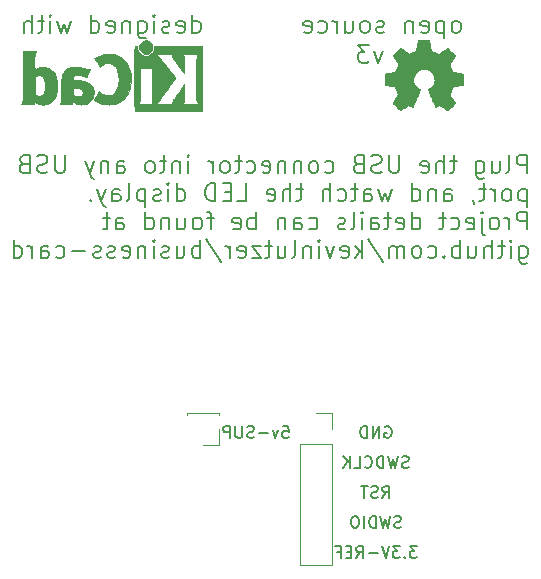
<source format=gbr>
G04 #@! TF.GenerationSoftware,KiCad,Pcbnew,(5.1.5-0-10_14)*
G04 #@! TF.CreationDate,2020-05-09T18:17:43-06:00*
G04 #@! TF.ProjectId,business_card_v1,62757369-6e65-4737-935f-636172645f76,rev?*
G04 #@! TF.SameCoordinates,Original*
G04 #@! TF.FileFunction,Legend,Bot*
G04 #@! TF.FilePolarity,Positive*
%FSLAX46Y46*%
G04 Gerber Fmt 4.6, Leading zero omitted, Abs format (unit mm)*
G04 Created by KiCad (PCBNEW (5.1.5-0-10_14)) date 2020-05-09 18:17:43*
%MOMM*%
%LPD*%
G04 APERTURE LIST*
%ADD10C,0.142240*%
%ADD11C,0.150000*%
%ADD12C,0.010000*%
%ADD13C,0.120000*%
G04 APERTURE END LIST*
D10*
X129261904Y-116292380D02*
X129738095Y-116292380D01*
X129785714Y-116768571D01*
X129738095Y-116720952D01*
X129642857Y-116673333D01*
X129404761Y-116673333D01*
X129309523Y-116720952D01*
X129261904Y-116768571D01*
X129214285Y-116863809D01*
X129214285Y-117101904D01*
X129261904Y-117197142D01*
X129309523Y-117244761D01*
X129404761Y-117292380D01*
X129642857Y-117292380D01*
X129738095Y-117244761D01*
X129785714Y-117197142D01*
X128880952Y-116625714D02*
X128642857Y-117292380D01*
X128404761Y-116625714D01*
X128023809Y-116911428D02*
X127261904Y-116911428D01*
X126833333Y-117244761D02*
X126690476Y-117292380D01*
X126452380Y-117292380D01*
X126357142Y-117244761D01*
X126309523Y-117197142D01*
X126261904Y-117101904D01*
X126261904Y-117006666D01*
X126309523Y-116911428D01*
X126357142Y-116863809D01*
X126452380Y-116816190D01*
X126642857Y-116768571D01*
X126738095Y-116720952D01*
X126785714Y-116673333D01*
X126833333Y-116578095D01*
X126833333Y-116482857D01*
X126785714Y-116387619D01*
X126738095Y-116340000D01*
X126642857Y-116292380D01*
X126404761Y-116292380D01*
X126261904Y-116340000D01*
X125833333Y-116292380D02*
X125833333Y-117101904D01*
X125785714Y-117197142D01*
X125738095Y-117244761D01*
X125642857Y-117292380D01*
X125452380Y-117292380D01*
X125357142Y-117244761D01*
X125309523Y-117197142D01*
X125261904Y-117101904D01*
X125261904Y-116292380D01*
X124785714Y-117292380D02*
X124785714Y-116292380D01*
X124404761Y-116292380D01*
X124309523Y-116340000D01*
X124261904Y-116387619D01*
X124214285Y-116482857D01*
X124214285Y-116625714D01*
X124261904Y-116720952D01*
X124309523Y-116768571D01*
X124404761Y-116816190D01*
X124785714Y-116816190D01*
D11*
X140636190Y-126452380D02*
X140017142Y-126452380D01*
X140350476Y-126833333D01*
X140207619Y-126833333D01*
X140112380Y-126880952D01*
X140064761Y-126928571D01*
X140017142Y-127023809D01*
X140017142Y-127261904D01*
X140064761Y-127357142D01*
X140112380Y-127404761D01*
X140207619Y-127452380D01*
X140493333Y-127452380D01*
X140588571Y-127404761D01*
X140636190Y-127357142D01*
X139588571Y-127357142D02*
X139540952Y-127404761D01*
X139588571Y-127452380D01*
X139636190Y-127404761D01*
X139588571Y-127357142D01*
X139588571Y-127452380D01*
X139207619Y-126452380D02*
X138588571Y-126452380D01*
X138921904Y-126833333D01*
X138779047Y-126833333D01*
X138683809Y-126880952D01*
X138636190Y-126928571D01*
X138588571Y-127023809D01*
X138588571Y-127261904D01*
X138636190Y-127357142D01*
X138683809Y-127404761D01*
X138779047Y-127452380D01*
X139064761Y-127452380D01*
X139160000Y-127404761D01*
X139207619Y-127357142D01*
X138302857Y-126452380D02*
X137969523Y-127452380D01*
X137636190Y-126452380D01*
X137302857Y-127071428D02*
X136540952Y-127071428D01*
X135493333Y-127452380D02*
X135826666Y-126976190D01*
X136064761Y-127452380D02*
X136064761Y-126452380D01*
X135683809Y-126452380D01*
X135588571Y-126500000D01*
X135540952Y-126547619D01*
X135493333Y-126642857D01*
X135493333Y-126785714D01*
X135540952Y-126880952D01*
X135588571Y-126928571D01*
X135683809Y-126976190D01*
X136064761Y-126976190D01*
X135064761Y-126928571D02*
X134731428Y-126928571D01*
X134588571Y-127452380D02*
X135064761Y-127452380D01*
X135064761Y-126452380D01*
X134588571Y-126452380D01*
X133826666Y-126928571D02*
X134160000Y-126928571D01*
X134160000Y-127452380D02*
X134160000Y-126452380D01*
X133683809Y-126452380D01*
D10*
X139279047Y-124864761D02*
X139136190Y-124912380D01*
X138898095Y-124912380D01*
X138802857Y-124864761D01*
X138755238Y-124817142D01*
X138707619Y-124721904D01*
X138707619Y-124626666D01*
X138755238Y-124531428D01*
X138802857Y-124483809D01*
X138898095Y-124436190D01*
X139088571Y-124388571D01*
X139183809Y-124340952D01*
X139231428Y-124293333D01*
X139279047Y-124198095D01*
X139279047Y-124102857D01*
X139231428Y-124007619D01*
X139183809Y-123960000D01*
X139088571Y-123912380D01*
X138850476Y-123912380D01*
X138707619Y-123960000D01*
X138374285Y-123912380D02*
X138136190Y-124912380D01*
X137945714Y-124198095D01*
X137755238Y-124912380D01*
X137517142Y-123912380D01*
X137136190Y-124912380D02*
X137136190Y-123912380D01*
X136898095Y-123912380D01*
X136755238Y-123960000D01*
X136660000Y-124055238D01*
X136612380Y-124150476D01*
X136564761Y-124340952D01*
X136564761Y-124483809D01*
X136612380Y-124674285D01*
X136660000Y-124769523D01*
X136755238Y-124864761D01*
X136898095Y-124912380D01*
X137136190Y-124912380D01*
X136136190Y-124912380D02*
X136136190Y-123912380D01*
X135469523Y-123912380D02*
X135279047Y-123912380D01*
X135183809Y-123960000D01*
X135088571Y-124055238D01*
X135040952Y-124245714D01*
X135040952Y-124579047D01*
X135088571Y-124769523D01*
X135183809Y-124864761D01*
X135279047Y-124912380D01*
X135469523Y-124912380D01*
X135564761Y-124864761D01*
X135660000Y-124769523D01*
X135707619Y-124579047D01*
X135707619Y-124245714D01*
X135660000Y-124055238D01*
X135564761Y-123960000D01*
X135469523Y-123912380D01*
X137707619Y-122372380D02*
X138040952Y-121896190D01*
X138279047Y-122372380D02*
X138279047Y-121372380D01*
X137898095Y-121372380D01*
X137802857Y-121420000D01*
X137755238Y-121467619D01*
X137707619Y-121562857D01*
X137707619Y-121705714D01*
X137755238Y-121800952D01*
X137802857Y-121848571D01*
X137898095Y-121896190D01*
X138279047Y-121896190D01*
X137326666Y-122324761D02*
X137183809Y-122372380D01*
X136945714Y-122372380D01*
X136850476Y-122324761D01*
X136802857Y-122277142D01*
X136755238Y-122181904D01*
X136755238Y-122086666D01*
X136802857Y-121991428D01*
X136850476Y-121943809D01*
X136945714Y-121896190D01*
X137136190Y-121848571D01*
X137231428Y-121800952D01*
X137279047Y-121753333D01*
X137326666Y-121658095D01*
X137326666Y-121562857D01*
X137279047Y-121467619D01*
X137231428Y-121420000D01*
X137136190Y-121372380D01*
X136898095Y-121372380D01*
X136755238Y-121420000D01*
X136469523Y-121372380D02*
X135898095Y-121372380D01*
X136183809Y-122372380D02*
X136183809Y-121372380D01*
X139921904Y-119784761D02*
X139779047Y-119832380D01*
X139540952Y-119832380D01*
X139445714Y-119784761D01*
X139398095Y-119737142D01*
X139350476Y-119641904D01*
X139350476Y-119546666D01*
X139398095Y-119451428D01*
X139445714Y-119403809D01*
X139540952Y-119356190D01*
X139731428Y-119308571D01*
X139826666Y-119260952D01*
X139874285Y-119213333D01*
X139921904Y-119118095D01*
X139921904Y-119022857D01*
X139874285Y-118927619D01*
X139826666Y-118880000D01*
X139731428Y-118832380D01*
X139493333Y-118832380D01*
X139350476Y-118880000D01*
X139017142Y-118832380D02*
X138779047Y-119832380D01*
X138588571Y-119118095D01*
X138398095Y-119832380D01*
X138160000Y-118832380D01*
X137779047Y-119832380D02*
X137779047Y-118832380D01*
X137540952Y-118832380D01*
X137398095Y-118880000D01*
X137302857Y-118975238D01*
X137255238Y-119070476D01*
X137207619Y-119260952D01*
X137207619Y-119403809D01*
X137255238Y-119594285D01*
X137302857Y-119689523D01*
X137398095Y-119784761D01*
X137540952Y-119832380D01*
X137779047Y-119832380D01*
X136207619Y-119737142D02*
X136255238Y-119784761D01*
X136398095Y-119832380D01*
X136493333Y-119832380D01*
X136636190Y-119784761D01*
X136731428Y-119689523D01*
X136779047Y-119594285D01*
X136826666Y-119403809D01*
X136826666Y-119260952D01*
X136779047Y-119070476D01*
X136731428Y-118975238D01*
X136636190Y-118880000D01*
X136493333Y-118832380D01*
X136398095Y-118832380D01*
X136255238Y-118880000D01*
X136207619Y-118927619D01*
X135302857Y-119832380D02*
X135779047Y-119832380D01*
X135779047Y-118832380D01*
X134969523Y-119832380D02*
X134969523Y-118832380D01*
X134398095Y-119832380D02*
X134826666Y-119260952D01*
X134398095Y-118832380D02*
X134969523Y-119403809D01*
X137921904Y-116340000D02*
X138017142Y-116292380D01*
X138160000Y-116292380D01*
X138302857Y-116340000D01*
X138398095Y-116435238D01*
X138445714Y-116530476D01*
X138493333Y-116720952D01*
X138493333Y-116863809D01*
X138445714Y-117054285D01*
X138398095Y-117149523D01*
X138302857Y-117244761D01*
X138160000Y-117292380D01*
X138064761Y-117292380D01*
X137921904Y-117244761D01*
X137874285Y-117197142D01*
X137874285Y-116863809D01*
X138064761Y-116863809D01*
X137445714Y-117292380D02*
X137445714Y-116292380D01*
X136874285Y-117292380D01*
X136874285Y-116292380D01*
X136398095Y-117292380D02*
X136398095Y-116292380D01*
X136160000Y-116292380D01*
X136017142Y-116340000D01*
X135921904Y-116435238D01*
X135874285Y-116530476D01*
X135826666Y-116720952D01*
X135826666Y-116863809D01*
X135874285Y-117054285D01*
X135921904Y-117149523D01*
X136017142Y-117244761D01*
X136160000Y-117292380D01*
X136398095Y-117292380D01*
X144060857Y-82974571D02*
X144203714Y-82903142D01*
X144275142Y-82831714D01*
X144346571Y-82688857D01*
X144346571Y-82260285D01*
X144275142Y-82117428D01*
X144203714Y-82046000D01*
X144060857Y-81974571D01*
X143846571Y-81974571D01*
X143703714Y-82046000D01*
X143632285Y-82117428D01*
X143560857Y-82260285D01*
X143560857Y-82688857D01*
X143632285Y-82831714D01*
X143703714Y-82903142D01*
X143846571Y-82974571D01*
X144060857Y-82974571D01*
X142918000Y-81974571D02*
X142918000Y-83474571D01*
X142918000Y-82046000D02*
X142775142Y-81974571D01*
X142489428Y-81974571D01*
X142346571Y-82046000D01*
X142275142Y-82117428D01*
X142203714Y-82260285D01*
X142203714Y-82688857D01*
X142275142Y-82831714D01*
X142346571Y-82903142D01*
X142489428Y-82974571D01*
X142775142Y-82974571D01*
X142918000Y-82903142D01*
X140989428Y-82903142D02*
X141132285Y-82974571D01*
X141418000Y-82974571D01*
X141560857Y-82903142D01*
X141632285Y-82760285D01*
X141632285Y-82188857D01*
X141560857Y-82046000D01*
X141418000Y-81974571D01*
X141132285Y-81974571D01*
X140989428Y-82046000D01*
X140918000Y-82188857D01*
X140918000Y-82331714D01*
X141632285Y-82474571D01*
X140275142Y-81974571D02*
X140275142Y-82974571D01*
X140275142Y-82117428D02*
X140203714Y-82046000D01*
X140060857Y-81974571D01*
X139846571Y-81974571D01*
X139703714Y-82046000D01*
X139632285Y-82188857D01*
X139632285Y-82974571D01*
X137846571Y-82903142D02*
X137703714Y-82974571D01*
X137418000Y-82974571D01*
X137275142Y-82903142D01*
X137203714Y-82760285D01*
X137203714Y-82688857D01*
X137275142Y-82546000D01*
X137418000Y-82474571D01*
X137632285Y-82474571D01*
X137775142Y-82403142D01*
X137846571Y-82260285D01*
X137846571Y-82188857D01*
X137775142Y-82046000D01*
X137632285Y-81974571D01*
X137418000Y-81974571D01*
X137275142Y-82046000D01*
X136346571Y-82974571D02*
X136489428Y-82903142D01*
X136560857Y-82831714D01*
X136632285Y-82688857D01*
X136632285Y-82260285D01*
X136560857Y-82117428D01*
X136489428Y-82046000D01*
X136346571Y-81974571D01*
X136132285Y-81974571D01*
X135989428Y-82046000D01*
X135918000Y-82117428D01*
X135846571Y-82260285D01*
X135846571Y-82688857D01*
X135918000Y-82831714D01*
X135989428Y-82903142D01*
X136132285Y-82974571D01*
X136346571Y-82974571D01*
X134560857Y-81974571D02*
X134560857Y-82974571D01*
X135203714Y-81974571D02*
X135203714Y-82760285D01*
X135132285Y-82903142D01*
X134989428Y-82974571D01*
X134775142Y-82974571D01*
X134632285Y-82903142D01*
X134560857Y-82831714D01*
X133846571Y-82974571D02*
X133846571Y-81974571D01*
X133846571Y-82260285D02*
X133775142Y-82117428D01*
X133703714Y-82046000D01*
X133560857Y-81974571D01*
X133418000Y-81974571D01*
X132275142Y-82903142D02*
X132418000Y-82974571D01*
X132703714Y-82974571D01*
X132846571Y-82903142D01*
X132918000Y-82831714D01*
X132989428Y-82688857D01*
X132989428Y-82260285D01*
X132918000Y-82117428D01*
X132846571Y-82046000D01*
X132703714Y-81974571D01*
X132418000Y-81974571D01*
X132275142Y-82046000D01*
X131060857Y-82903142D02*
X131203714Y-82974571D01*
X131489428Y-82974571D01*
X131632285Y-82903142D01*
X131703714Y-82760285D01*
X131703714Y-82188857D01*
X131632285Y-82046000D01*
X131489428Y-81974571D01*
X131203714Y-81974571D01*
X131060857Y-82046000D01*
X130989428Y-82188857D01*
X130989428Y-82331714D01*
X131703714Y-82474571D01*
X121593714Y-82974571D02*
X121593714Y-81474571D01*
X121593714Y-82903142D02*
X121736571Y-82974571D01*
X122022285Y-82974571D01*
X122165142Y-82903142D01*
X122236571Y-82831714D01*
X122308000Y-82688857D01*
X122308000Y-82260285D01*
X122236571Y-82117428D01*
X122165142Y-82046000D01*
X122022285Y-81974571D01*
X121736571Y-81974571D01*
X121593714Y-82046000D01*
X120308000Y-82903142D02*
X120450857Y-82974571D01*
X120736571Y-82974571D01*
X120879428Y-82903142D01*
X120950857Y-82760285D01*
X120950857Y-82188857D01*
X120879428Y-82046000D01*
X120736571Y-81974571D01*
X120450857Y-81974571D01*
X120308000Y-82046000D01*
X120236571Y-82188857D01*
X120236571Y-82331714D01*
X120950857Y-82474571D01*
X119665142Y-82903142D02*
X119522285Y-82974571D01*
X119236571Y-82974571D01*
X119093714Y-82903142D01*
X119022285Y-82760285D01*
X119022285Y-82688857D01*
X119093714Y-82546000D01*
X119236571Y-82474571D01*
X119450857Y-82474571D01*
X119593714Y-82403142D01*
X119665142Y-82260285D01*
X119665142Y-82188857D01*
X119593714Y-82046000D01*
X119450857Y-81974571D01*
X119236571Y-81974571D01*
X119093714Y-82046000D01*
X118379428Y-82974571D02*
X118379428Y-81974571D01*
X118379428Y-81474571D02*
X118450857Y-81546000D01*
X118379428Y-81617428D01*
X118308000Y-81546000D01*
X118379428Y-81474571D01*
X118379428Y-81617428D01*
X117022285Y-81974571D02*
X117022285Y-83188857D01*
X117093714Y-83331714D01*
X117165142Y-83403142D01*
X117308000Y-83474571D01*
X117522285Y-83474571D01*
X117665142Y-83403142D01*
X117022285Y-82903142D02*
X117165142Y-82974571D01*
X117450857Y-82974571D01*
X117593714Y-82903142D01*
X117665142Y-82831714D01*
X117736571Y-82688857D01*
X117736571Y-82260285D01*
X117665142Y-82117428D01*
X117593714Y-82046000D01*
X117450857Y-81974571D01*
X117165142Y-81974571D01*
X117022285Y-82046000D01*
X116308000Y-81974571D02*
X116308000Y-82974571D01*
X116308000Y-82117428D02*
X116236571Y-82046000D01*
X116093714Y-81974571D01*
X115879428Y-81974571D01*
X115736571Y-82046000D01*
X115665142Y-82188857D01*
X115665142Y-82974571D01*
X114379428Y-82903142D02*
X114522285Y-82974571D01*
X114808000Y-82974571D01*
X114950857Y-82903142D01*
X115022285Y-82760285D01*
X115022285Y-82188857D01*
X114950857Y-82046000D01*
X114808000Y-81974571D01*
X114522285Y-81974571D01*
X114379428Y-82046000D01*
X114308000Y-82188857D01*
X114308000Y-82331714D01*
X115022285Y-82474571D01*
X113022285Y-82974571D02*
X113022285Y-81474571D01*
X113022285Y-82903142D02*
X113165142Y-82974571D01*
X113450857Y-82974571D01*
X113593714Y-82903142D01*
X113665142Y-82831714D01*
X113736571Y-82688857D01*
X113736571Y-82260285D01*
X113665142Y-82117428D01*
X113593714Y-82046000D01*
X113450857Y-81974571D01*
X113165142Y-81974571D01*
X113022285Y-82046000D01*
X111308000Y-81974571D02*
X111022285Y-82974571D01*
X110736571Y-82260285D01*
X110450857Y-82974571D01*
X110165142Y-81974571D01*
X109593714Y-82974571D02*
X109593714Y-81974571D01*
X109593714Y-81474571D02*
X109665142Y-81546000D01*
X109593714Y-81617428D01*
X109522285Y-81546000D01*
X109593714Y-81474571D01*
X109593714Y-81617428D01*
X109093714Y-81974571D02*
X108522285Y-81974571D01*
X108879428Y-81474571D02*
X108879428Y-82760285D01*
X108808000Y-82903142D01*
X108665142Y-82974571D01*
X108522285Y-82974571D01*
X108022285Y-82974571D02*
X108022285Y-81474571D01*
X107379428Y-82974571D02*
X107379428Y-82188857D01*
X107450857Y-82046000D01*
X107593714Y-81974571D01*
X107808000Y-81974571D01*
X107950857Y-82046000D01*
X108022285Y-82117428D01*
X137723428Y-84514571D02*
X137366285Y-85514571D01*
X137009142Y-84514571D01*
X136580571Y-84014571D02*
X135652000Y-84014571D01*
X136152000Y-84586000D01*
X135937714Y-84586000D01*
X135794857Y-84657428D01*
X135723428Y-84728857D01*
X135652000Y-84871714D01*
X135652000Y-85228857D01*
X135723428Y-85371714D01*
X135794857Y-85443142D01*
X135937714Y-85514571D01*
X136366285Y-85514571D01*
X136509142Y-85443142D01*
X136580571Y-85371714D01*
X149918401Y-94859851D02*
X149918401Y-93359851D01*
X149346972Y-93359851D01*
X149204115Y-93431280D01*
X149132686Y-93502708D01*
X149061258Y-93645565D01*
X149061258Y-93859851D01*
X149132686Y-94002708D01*
X149204115Y-94074137D01*
X149346972Y-94145565D01*
X149918401Y-94145565D01*
X148204115Y-94859851D02*
X148346972Y-94788422D01*
X148418401Y-94645565D01*
X148418401Y-93359851D01*
X146989829Y-93859851D02*
X146989829Y-94859851D01*
X147632686Y-93859851D02*
X147632686Y-94645565D01*
X147561258Y-94788422D01*
X147418401Y-94859851D01*
X147204115Y-94859851D01*
X147061258Y-94788422D01*
X146989829Y-94716994D01*
X145632686Y-93859851D02*
X145632686Y-95074137D01*
X145704115Y-95216994D01*
X145775544Y-95288422D01*
X145918401Y-95359851D01*
X146132686Y-95359851D01*
X146275544Y-95288422D01*
X145632686Y-94788422D02*
X145775544Y-94859851D01*
X146061258Y-94859851D01*
X146204115Y-94788422D01*
X146275544Y-94716994D01*
X146346972Y-94574137D01*
X146346972Y-94145565D01*
X146275544Y-94002708D01*
X146204115Y-93931280D01*
X146061258Y-93859851D01*
X145775544Y-93859851D01*
X145632686Y-93931280D01*
X143989829Y-93859851D02*
X143418401Y-93859851D01*
X143775544Y-93359851D02*
X143775544Y-94645565D01*
X143704115Y-94788422D01*
X143561258Y-94859851D01*
X143418401Y-94859851D01*
X142918401Y-94859851D02*
X142918401Y-93359851D01*
X142275544Y-94859851D02*
X142275544Y-94074137D01*
X142346972Y-93931280D01*
X142489829Y-93859851D01*
X142704115Y-93859851D01*
X142846972Y-93931280D01*
X142918401Y-94002708D01*
X140989829Y-94788422D02*
X141132686Y-94859851D01*
X141418401Y-94859851D01*
X141561258Y-94788422D01*
X141632686Y-94645565D01*
X141632686Y-94074137D01*
X141561258Y-93931280D01*
X141418401Y-93859851D01*
X141132686Y-93859851D01*
X140989829Y-93931280D01*
X140918401Y-94074137D01*
X140918401Y-94216994D01*
X141632686Y-94359851D01*
X139132686Y-93359851D02*
X139132686Y-94574137D01*
X139061258Y-94716994D01*
X138989829Y-94788422D01*
X138846972Y-94859851D01*
X138561258Y-94859851D01*
X138418401Y-94788422D01*
X138346972Y-94716994D01*
X138275544Y-94574137D01*
X138275544Y-93359851D01*
X137632686Y-94788422D02*
X137418401Y-94859851D01*
X137061258Y-94859851D01*
X136918401Y-94788422D01*
X136846972Y-94716994D01*
X136775544Y-94574137D01*
X136775544Y-94431280D01*
X136846972Y-94288422D01*
X136918401Y-94216994D01*
X137061258Y-94145565D01*
X137346972Y-94074137D01*
X137489829Y-94002708D01*
X137561258Y-93931280D01*
X137632686Y-93788422D01*
X137632686Y-93645565D01*
X137561258Y-93502708D01*
X137489829Y-93431280D01*
X137346972Y-93359851D01*
X136989829Y-93359851D01*
X136775544Y-93431280D01*
X135632686Y-94074137D02*
X135418401Y-94145565D01*
X135346972Y-94216994D01*
X135275544Y-94359851D01*
X135275544Y-94574137D01*
X135346972Y-94716994D01*
X135418401Y-94788422D01*
X135561258Y-94859851D01*
X136132686Y-94859851D01*
X136132686Y-93359851D01*
X135632686Y-93359851D01*
X135489829Y-93431280D01*
X135418401Y-93502708D01*
X135346972Y-93645565D01*
X135346972Y-93788422D01*
X135418401Y-93931280D01*
X135489829Y-94002708D01*
X135632686Y-94074137D01*
X136132686Y-94074137D01*
X132846972Y-94788422D02*
X132989829Y-94859851D01*
X133275544Y-94859851D01*
X133418401Y-94788422D01*
X133489829Y-94716994D01*
X133561258Y-94574137D01*
X133561258Y-94145565D01*
X133489829Y-94002708D01*
X133418401Y-93931280D01*
X133275544Y-93859851D01*
X132989829Y-93859851D01*
X132846972Y-93931280D01*
X131989829Y-94859851D02*
X132132686Y-94788422D01*
X132204115Y-94716994D01*
X132275544Y-94574137D01*
X132275544Y-94145565D01*
X132204115Y-94002708D01*
X132132686Y-93931280D01*
X131989829Y-93859851D01*
X131775544Y-93859851D01*
X131632686Y-93931280D01*
X131561258Y-94002708D01*
X131489829Y-94145565D01*
X131489829Y-94574137D01*
X131561258Y-94716994D01*
X131632686Y-94788422D01*
X131775544Y-94859851D01*
X131989829Y-94859851D01*
X130846972Y-93859851D02*
X130846972Y-94859851D01*
X130846972Y-94002708D02*
X130775544Y-93931280D01*
X130632686Y-93859851D01*
X130418401Y-93859851D01*
X130275544Y-93931280D01*
X130204115Y-94074137D01*
X130204115Y-94859851D01*
X129489829Y-93859851D02*
X129489829Y-94859851D01*
X129489829Y-94002708D02*
X129418401Y-93931280D01*
X129275544Y-93859851D01*
X129061258Y-93859851D01*
X128918401Y-93931280D01*
X128846972Y-94074137D01*
X128846972Y-94859851D01*
X127561258Y-94788422D02*
X127704115Y-94859851D01*
X127989829Y-94859851D01*
X128132686Y-94788422D01*
X128204115Y-94645565D01*
X128204115Y-94074137D01*
X128132686Y-93931280D01*
X127989829Y-93859851D01*
X127704115Y-93859851D01*
X127561258Y-93931280D01*
X127489829Y-94074137D01*
X127489829Y-94216994D01*
X128204115Y-94359851D01*
X126204115Y-94788422D02*
X126346972Y-94859851D01*
X126632686Y-94859851D01*
X126775543Y-94788422D01*
X126846972Y-94716994D01*
X126918401Y-94574137D01*
X126918401Y-94145565D01*
X126846972Y-94002708D01*
X126775543Y-93931280D01*
X126632686Y-93859851D01*
X126346972Y-93859851D01*
X126204115Y-93931280D01*
X125775543Y-93859851D02*
X125204115Y-93859851D01*
X125561258Y-93359851D02*
X125561258Y-94645565D01*
X125489829Y-94788422D01*
X125346972Y-94859851D01*
X125204115Y-94859851D01*
X124489829Y-94859851D02*
X124632686Y-94788422D01*
X124704115Y-94716994D01*
X124775543Y-94574137D01*
X124775543Y-94145565D01*
X124704115Y-94002708D01*
X124632686Y-93931280D01*
X124489829Y-93859851D01*
X124275543Y-93859851D01*
X124132686Y-93931280D01*
X124061258Y-94002708D01*
X123989829Y-94145565D01*
X123989829Y-94574137D01*
X124061258Y-94716994D01*
X124132686Y-94788422D01*
X124275543Y-94859851D01*
X124489829Y-94859851D01*
X123346972Y-94859851D02*
X123346972Y-93859851D01*
X123346972Y-94145565D02*
X123275543Y-94002708D01*
X123204115Y-93931280D01*
X123061258Y-93859851D01*
X122918401Y-93859851D01*
X121275543Y-94859851D02*
X121275543Y-93859851D01*
X121275543Y-93359851D02*
X121346972Y-93431280D01*
X121275543Y-93502708D01*
X121204115Y-93431280D01*
X121275543Y-93359851D01*
X121275543Y-93502708D01*
X120561258Y-93859851D02*
X120561258Y-94859851D01*
X120561258Y-94002708D02*
X120489829Y-93931280D01*
X120346972Y-93859851D01*
X120132686Y-93859851D01*
X119989829Y-93931280D01*
X119918401Y-94074137D01*
X119918401Y-94859851D01*
X119418401Y-93859851D02*
X118846972Y-93859851D01*
X119204115Y-93359851D02*
X119204115Y-94645565D01*
X119132686Y-94788422D01*
X118989829Y-94859851D01*
X118846972Y-94859851D01*
X118132686Y-94859851D02*
X118275543Y-94788422D01*
X118346972Y-94716994D01*
X118418401Y-94574137D01*
X118418401Y-94145565D01*
X118346972Y-94002708D01*
X118275543Y-93931280D01*
X118132686Y-93859851D01*
X117918401Y-93859851D01*
X117775543Y-93931280D01*
X117704115Y-94002708D01*
X117632686Y-94145565D01*
X117632686Y-94574137D01*
X117704115Y-94716994D01*
X117775543Y-94788422D01*
X117918401Y-94859851D01*
X118132686Y-94859851D01*
X115204115Y-94859851D02*
X115204115Y-94074137D01*
X115275543Y-93931280D01*
X115418401Y-93859851D01*
X115704115Y-93859851D01*
X115846972Y-93931280D01*
X115204115Y-94788422D02*
X115346972Y-94859851D01*
X115704115Y-94859851D01*
X115846972Y-94788422D01*
X115918401Y-94645565D01*
X115918401Y-94502708D01*
X115846972Y-94359851D01*
X115704115Y-94288422D01*
X115346972Y-94288422D01*
X115204115Y-94216994D01*
X114489829Y-93859851D02*
X114489829Y-94859851D01*
X114489829Y-94002708D02*
X114418401Y-93931280D01*
X114275543Y-93859851D01*
X114061258Y-93859851D01*
X113918401Y-93931280D01*
X113846972Y-94074137D01*
X113846972Y-94859851D01*
X113275543Y-93859851D02*
X112918401Y-94859851D01*
X112561258Y-93859851D02*
X112918401Y-94859851D01*
X113061258Y-95216994D01*
X113132686Y-95288422D01*
X113275543Y-95359851D01*
X110846972Y-93359851D02*
X110846972Y-94574137D01*
X110775543Y-94716994D01*
X110704115Y-94788422D01*
X110561258Y-94859851D01*
X110275543Y-94859851D01*
X110132686Y-94788422D01*
X110061258Y-94716994D01*
X109989829Y-94574137D01*
X109989829Y-93359851D01*
X109346972Y-94788422D02*
X109132686Y-94859851D01*
X108775543Y-94859851D01*
X108632686Y-94788422D01*
X108561258Y-94716994D01*
X108489829Y-94574137D01*
X108489829Y-94431280D01*
X108561258Y-94288422D01*
X108632686Y-94216994D01*
X108775543Y-94145565D01*
X109061258Y-94074137D01*
X109204115Y-94002708D01*
X109275543Y-93931280D01*
X109346972Y-93788422D01*
X109346972Y-93645565D01*
X109275543Y-93502708D01*
X109204115Y-93431280D01*
X109061258Y-93359851D01*
X108704115Y-93359851D01*
X108489829Y-93431280D01*
X107346972Y-94074137D02*
X107132686Y-94145565D01*
X107061258Y-94216994D01*
X106989829Y-94359851D01*
X106989829Y-94574137D01*
X107061258Y-94716994D01*
X107132686Y-94788422D01*
X107275543Y-94859851D01*
X107846972Y-94859851D01*
X107846972Y-93359851D01*
X107346972Y-93359851D01*
X107204115Y-93431280D01*
X107132686Y-93502708D01*
X107061258Y-93645565D01*
X107061258Y-93788422D01*
X107132686Y-93931280D01*
X107204115Y-94002708D01*
X107346972Y-94074137D01*
X107846972Y-94074137D01*
X149918401Y-96252091D02*
X149918401Y-97752091D01*
X149918401Y-96323520D02*
X149775544Y-96252091D01*
X149489829Y-96252091D01*
X149346972Y-96323520D01*
X149275544Y-96394948D01*
X149204115Y-96537805D01*
X149204115Y-96966377D01*
X149275544Y-97109234D01*
X149346972Y-97180662D01*
X149489829Y-97252091D01*
X149775544Y-97252091D01*
X149918401Y-97180662D01*
X148346972Y-97252091D02*
X148489829Y-97180662D01*
X148561258Y-97109234D01*
X148632686Y-96966377D01*
X148632686Y-96537805D01*
X148561258Y-96394948D01*
X148489829Y-96323520D01*
X148346972Y-96252091D01*
X148132686Y-96252091D01*
X147989829Y-96323520D01*
X147918401Y-96394948D01*
X147846972Y-96537805D01*
X147846972Y-96966377D01*
X147918401Y-97109234D01*
X147989829Y-97180662D01*
X148132686Y-97252091D01*
X148346972Y-97252091D01*
X147204115Y-97252091D02*
X147204115Y-96252091D01*
X147204115Y-96537805D02*
X147132686Y-96394948D01*
X147061258Y-96323520D01*
X146918401Y-96252091D01*
X146775544Y-96252091D01*
X146489829Y-96252091D02*
X145918401Y-96252091D01*
X146275544Y-95752091D02*
X146275544Y-97037805D01*
X146204115Y-97180662D01*
X146061258Y-97252091D01*
X145918401Y-97252091D01*
X145346972Y-97180662D02*
X145346972Y-97252091D01*
X145418401Y-97394948D01*
X145489829Y-97466377D01*
X142918401Y-97252091D02*
X142918401Y-96466377D01*
X142989829Y-96323520D01*
X143132686Y-96252091D01*
X143418401Y-96252091D01*
X143561258Y-96323520D01*
X142918401Y-97180662D02*
X143061258Y-97252091D01*
X143418401Y-97252091D01*
X143561258Y-97180662D01*
X143632686Y-97037805D01*
X143632686Y-96894948D01*
X143561258Y-96752091D01*
X143418401Y-96680662D01*
X143061258Y-96680662D01*
X142918401Y-96609234D01*
X142204115Y-96252091D02*
X142204115Y-97252091D01*
X142204115Y-96394948D02*
X142132686Y-96323520D01*
X141989829Y-96252091D01*
X141775544Y-96252091D01*
X141632686Y-96323520D01*
X141561258Y-96466377D01*
X141561258Y-97252091D01*
X140204115Y-97252091D02*
X140204115Y-95752091D01*
X140204115Y-97180662D02*
X140346972Y-97252091D01*
X140632686Y-97252091D01*
X140775544Y-97180662D01*
X140846972Y-97109234D01*
X140918401Y-96966377D01*
X140918401Y-96537805D01*
X140846972Y-96394948D01*
X140775544Y-96323520D01*
X140632686Y-96252091D01*
X140346972Y-96252091D01*
X140204115Y-96323520D01*
X138489829Y-96252091D02*
X138204115Y-97252091D01*
X137918401Y-96537805D01*
X137632686Y-97252091D01*
X137346972Y-96252091D01*
X136132686Y-97252091D02*
X136132686Y-96466377D01*
X136204115Y-96323520D01*
X136346972Y-96252091D01*
X136632686Y-96252091D01*
X136775544Y-96323520D01*
X136132686Y-97180662D02*
X136275544Y-97252091D01*
X136632686Y-97252091D01*
X136775544Y-97180662D01*
X136846972Y-97037805D01*
X136846972Y-96894948D01*
X136775544Y-96752091D01*
X136632686Y-96680662D01*
X136275544Y-96680662D01*
X136132686Y-96609234D01*
X135632686Y-96252091D02*
X135061258Y-96252091D01*
X135418401Y-95752091D02*
X135418401Y-97037805D01*
X135346972Y-97180662D01*
X135204115Y-97252091D01*
X135061258Y-97252091D01*
X133918401Y-97180662D02*
X134061258Y-97252091D01*
X134346972Y-97252091D01*
X134489829Y-97180662D01*
X134561258Y-97109234D01*
X134632686Y-96966377D01*
X134632686Y-96537805D01*
X134561258Y-96394948D01*
X134489829Y-96323520D01*
X134346972Y-96252091D01*
X134061258Y-96252091D01*
X133918401Y-96323520D01*
X133275544Y-97252091D02*
X133275544Y-95752091D01*
X132632686Y-97252091D02*
X132632686Y-96466377D01*
X132704115Y-96323520D01*
X132846972Y-96252091D01*
X133061258Y-96252091D01*
X133204115Y-96323520D01*
X133275544Y-96394948D01*
X130989829Y-96252091D02*
X130418401Y-96252091D01*
X130775544Y-95752091D02*
X130775544Y-97037805D01*
X130704115Y-97180662D01*
X130561258Y-97252091D01*
X130418401Y-97252091D01*
X129918401Y-97252091D02*
X129918401Y-95752091D01*
X129275544Y-97252091D02*
X129275544Y-96466377D01*
X129346972Y-96323520D01*
X129489829Y-96252091D01*
X129704115Y-96252091D01*
X129846972Y-96323520D01*
X129918401Y-96394948D01*
X127989829Y-97180662D02*
X128132686Y-97252091D01*
X128418401Y-97252091D01*
X128561258Y-97180662D01*
X128632686Y-97037805D01*
X128632686Y-96466377D01*
X128561258Y-96323520D01*
X128418401Y-96252091D01*
X128132686Y-96252091D01*
X127989829Y-96323520D01*
X127918401Y-96466377D01*
X127918401Y-96609234D01*
X128632686Y-96752091D01*
X125418401Y-97252091D02*
X126132686Y-97252091D01*
X126132686Y-95752091D01*
X124918401Y-96466377D02*
X124418401Y-96466377D01*
X124204115Y-97252091D02*
X124918401Y-97252091D01*
X124918401Y-95752091D01*
X124204115Y-95752091D01*
X123561258Y-97252091D02*
X123561258Y-95752091D01*
X123204115Y-95752091D01*
X122989829Y-95823520D01*
X122846972Y-95966377D01*
X122775544Y-96109234D01*
X122704115Y-96394948D01*
X122704115Y-96609234D01*
X122775544Y-96894948D01*
X122846972Y-97037805D01*
X122989829Y-97180662D01*
X123204115Y-97252091D01*
X123561258Y-97252091D01*
X120275544Y-97252091D02*
X120275544Y-95752091D01*
X120275544Y-97180662D02*
X120418401Y-97252091D01*
X120704115Y-97252091D01*
X120846972Y-97180662D01*
X120918401Y-97109234D01*
X120989829Y-96966377D01*
X120989829Y-96537805D01*
X120918401Y-96394948D01*
X120846972Y-96323520D01*
X120704115Y-96252091D01*
X120418401Y-96252091D01*
X120275544Y-96323520D01*
X119561258Y-97252091D02*
X119561258Y-96252091D01*
X119561258Y-95752091D02*
X119632686Y-95823520D01*
X119561258Y-95894948D01*
X119489829Y-95823520D01*
X119561258Y-95752091D01*
X119561258Y-95894948D01*
X118918401Y-97180662D02*
X118775544Y-97252091D01*
X118489829Y-97252091D01*
X118346972Y-97180662D01*
X118275544Y-97037805D01*
X118275544Y-96966377D01*
X118346972Y-96823520D01*
X118489829Y-96752091D01*
X118704115Y-96752091D01*
X118846972Y-96680662D01*
X118918401Y-96537805D01*
X118918401Y-96466377D01*
X118846972Y-96323520D01*
X118704115Y-96252091D01*
X118489829Y-96252091D01*
X118346972Y-96323520D01*
X117632686Y-96252091D02*
X117632686Y-97752091D01*
X117632686Y-96323520D02*
X117489829Y-96252091D01*
X117204115Y-96252091D01*
X117061258Y-96323520D01*
X116989829Y-96394948D01*
X116918401Y-96537805D01*
X116918401Y-96966377D01*
X116989829Y-97109234D01*
X117061258Y-97180662D01*
X117204115Y-97252091D01*
X117489829Y-97252091D01*
X117632686Y-97180662D01*
X116061258Y-97252091D02*
X116204115Y-97180662D01*
X116275544Y-97037805D01*
X116275544Y-95752091D01*
X114846972Y-97252091D02*
X114846972Y-96466377D01*
X114918401Y-96323520D01*
X115061258Y-96252091D01*
X115346972Y-96252091D01*
X115489829Y-96323520D01*
X114846972Y-97180662D02*
X114989829Y-97252091D01*
X115346972Y-97252091D01*
X115489829Y-97180662D01*
X115561258Y-97037805D01*
X115561258Y-96894948D01*
X115489829Y-96752091D01*
X115346972Y-96680662D01*
X114989829Y-96680662D01*
X114846972Y-96609234D01*
X114275544Y-96252091D02*
X113918401Y-97252091D01*
X113561258Y-96252091D02*
X113918401Y-97252091D01*
X114061258Y-97609234D01*
X114132686Y-97680662D01*
X114275544Y-97752091D01*
X112989829Y-97109234D02*
X112918401Y-97180662D01*
X112989829Y-97252091D01*
X113061258Y-97180662D01*
X112989829Y-97109234D01*
X112989829Y-97252091D01*
X149918401Y-99644331D02*
X149918401Y-98144331D01*
X149346972Y-98144331D01*
X149204115Y-98215760D01*
X149132686Y-98287188D01*
X149061258Y-98430045D01*
X149061258Y-98644331D01*
X149132686Y-98787188D01*
X149204115Y-98858617D01*
X149346972Y-98930045D01*
X149918401Y-98930045D01*
X148418401Y-99644331D02*
X148418401Y-98644331D01*
X148418401Y-98930045D02*
X148346972Y-98787188D01*
X148275544Y-98715760D01*
X148132686Y-98644331D01*
X147989829Y-98644331D01*
X147275544Y-99644331D02*
X147418401Y-99572902D01*
X147489829Y-99501474D01*
X147561258Y-99358617D01*
X147561258Y-98930045D01*
X147489829Y-98787188D01*
X147418401Y-98715760D01*
X147275544Y-98644331D01*
X147061258Y-98644331D01*
X146918401Y-98715760D01*
X146846972Y-98787188D01*
X146775544Y-98930045D01*
X146775544Y-99358617D01*
X146846972Y-99501474D01*
X146918401Y-99572902D01*
X147061258Y-99644331D01*
X147275544Y-99644331D01*
X146132686Y-98644331D02*
X146132686Y-99930045D01*
X146204115Y-100072902D01*
X146346972Y-100144331D01*
X146418401Y-100144331D01*
X146132686Y-98144331D02*
X146204115Y-98215760D01*
X146132686Y-98287188D01*
X146061258Y-98215760D01*
X146132686Y-98144331D01*
X146132686Y-98287188D01*
X144846972Y-99572902D02*
X144989829Y-99644331D01*
X145275544Y-99644331D01*
X145418401Y-99572902D01*
X145489829Y-99430045D01*
X145489829Y-98858617D01*
X145418401Y-98715760D01*
X145275544Y-98644331D01*
X144989829Y-98644331D01*
X144846972Y-98715760D01*
X144775544Y-98858617D01*
X144775544Y-99001474D01*
X145489829Y-99144331D01*
X143489829Y-99572902D02*
X143632686Y-99644331D01*
X143918401Y-99644331D01*
X144061258Y-99572902D01*
X144132686Y-99501474D01*
X144204115Y-99358617D01*
X144204115Y-98930045D01*
X144132686Y-98787188D01*
X144061258Y-98715760D01*
X143918401Y-98644331D01*
X143632686Y-98644331D01*
X143489829Y-98715760D01*
X143061258Y-98644331D02*
X142489829Y-98644331D01*
X142846972Y-98144331D02*
X142846972Y-99430045D01*
X142775544Y-99572902D01*
X142632686Y-99644331D01*
X142489829Y-99644331D01*
X140204115Y-99644331D02*
X140204115Y-98144331D01*
X140204115Y-99572902D02*
X140346972Y-99644331D01*
X140632686Y-99644331D01*
X140775544Y-99572902D01*
X140846972Y-99501474D01*
X140918401Y-99358617D01*
X140918401Y-98930045D01*
X140846972Y-98787188D01*
X140775544Y-98715760D01*
X140632686Y-98644331D01*
X140346972Y-98644331D01*
X140204115Y-98715760D01*
X138918401Y-99572902D02*
X139061258Y-99644331D01*
X139346972Y-99644331D01*
X139489829Y-99572902D01*
X139561258Y-99430045D01*
X139561258Y-98858617D01*
X139489829Y-98715760D01*
X139346972Y-98644331D01*
X139061258Y-98644331D01*
X138918401Y-98715760D01*
X138846972Y-98858617D01*
X138846972Y-99001474D01*
X139561258Y-99144331D01*
X138418401Y-98644331D02*
X137846972Y-98644331D01*
X138204115Y-98144331D02*
X138204115Y-99430045D01*
X138132686Y-99572902D01*
X137989829Y-99644331D01*
X137846972Y-99644331D01*
X136704115Y-99644331D02*
X136704115Y-98858617D01*
X136775544Y-98715760D01*
X136918401Y-98644331D01*
X137204115Y-98644331D01*
X137346972Y-98715760D01*
X136704115Y-99572902D02*
X136846972Y-99644331D01*
X137204115Y-99644331D01*
X137346972Y-99572902D01*
X137418401Y-99430045D01*
X137418401Y-99287188D01*
X137346972Y-99144331D01*
X137204115Y-99072902D01*
X136846972Y-99072902D01*
X136704115Y-99001474D01*
X135989829Y-99644331D02*
X135989829Y-98644331D01*
X135989829Y-98144331D02*
X136061258Y-98215760D01*
X135989829Y-98287188D01*
X135918401Y-98215760D01*
X135989829Y-98144331D01*
X135989829Y-98287188D01*
X135061258Y-99644331D02*
X135204115Y-99572902D01*
X135275544Y-99430045D01*
X135275544Y-98144331D01*
X134561258Y-99572902D02*
X134418401Y-99644331D01*
X134132686Y-99644331D01*
X133989829Y-99572902D01*
X133918401Y-99430045D01*
X133918401Y-99358617D01*
X133989829Y-99215760D01*
X134132686Y-99144331D01*
X134346972Y-99144331D01*
X134489829Y-99072902D01*
X134561258Y-98930045D01*
X134561258Y-98858617D01*
X134489829Y-98715760D01*
X134346972Y-98644331D01*
X134132686Y-98644331D01*
X133989829Y-98715760D01*
X131489829Y-99572902D02*
X131632686Y-99644331D01*
X131918401Y-99644331D01*
X132061258Y-99572902D01*
X132132686Y-99501474D01*
X132204115Y-99358617D01*
X132204115Y-98930045D01*
X132132686Y-98787188D01*
X132061258Y-98715760D01*
X131918401Y-98644331D01*
X131632686Y-98644331D01*
X131489829Y-98715760D01*
X130204115Y-99644331D02*
X130204115Y-98858617D01*
X130275544Y-98715760D01*
X130418401Y-98644331D01*
X130704115Y-98644331D01*
X130846972Y-98715760D01*
X130204115Y-99572902D02*
X130346972Y-99644331D01*
X130704115Y-99644331D01*
X130846972Y-99572902D01*
X130918401Y-99430045D01*
X130918401Y-99287188D01*
X130846972Y-99144331D01*
X130704115Y-99072902D01*
X130346972Y-99072902D01*
X130204115Y-99001474D01*
X129489829Y-98644331D02*
X129489829Y-99644331D01*
X129489829Y-98787188D02*
X129418401Y-98715760D01*
X129275544Y-98644331D01*
X129061258Y-98644331D01*
X128918401Y-98715760D01*
X128846972Y-98858617D01*
X128846972Y-99644331D01*
X126989829Y-99644331D02*
X126989829Y-98144331D01*
X126989829Y-98715760D02*
X126846972Y-98644331D01*
X126561258Y-98644331D01*
X126418401Y-98715760D01*
X126346972Y-98787188D01*
X126275544Y-98930045D01*
X126275544Y-99358617D01*
X126346972Y-99501474D01*
X126418401Y-99572902D01*
X126561258Y-99644331D01*
X126846972Y-99644331D01*
X126989829Y-99572902D01*
X125061258Y-99572902D02*
X125204115Y-99644331D01*
X125489829Y-99644331D01*
X125632686Y-99572902D01*
X125704115Y-99430045D01*
X125704115Y-98858617D01*
X125632686Y-98715760D01*
X125489829Y-98644331D01*
X125204115Y-98644331D01*
X125061258Y-98715760D01*
X124989829Y-98858617D01*
X124989829Y-99001474D01*
X125704115Y-99144331D01*
X123418401Y-98644331D02*
X122846972Y-98644331D01*
X123204115Y-99644331D02*
X123204115Y-98358617D01*
X123132686Y-98215760D01*
X122989829Y-98144331D01*
X122846972Y-98144331D01*
X122132686Y-99644331D02*
X122275544Y-99572902D01*
X122346972Y-99501474D01*
X122418401Y-99358617D01*
X122418401Y-98930045D01*
X122346972Y-98787188D01*
X122275544Y-98715760D01*
X122132686Y-98644331D01*
X121918401Y-98644331D01*
X121775544Y-98715760D01*
X121704115Y-98787188D01*
X121632686Y-98930045D01*
X121632686Y-99358617D01*
X121704115Y-99501474D01*
X121775544Y-99572902D01*
X121918401Y-99644331D01*
X122132686Y-99644331D01*
X120346972Y-98644331D02*
X120346972Y-99644331D01*
X120989829Y-98644331D02*
X120989829Y-99430045D01*
X120918401Y-99572902D01*
X120775544Y-99644331D01*
X120561258Y-99644331D01*
X120418401Y-99572902D01*
X120346972Y-99501474D01*
X119632686Y-98644331D02*
X119632686Y-99644331D01*
X119632686Y-98787188D02*
X119561258Y-98715760D01*
X119418401Y-98644331D01*
X119204115Y-98644331D01*
X119061258Y-98715760D01*
X118989829Y-98858617D01*
X118989829Y-99644331D01*
X117632686Y-99644331D02*
X117632686Y-98144331D01*
X117632686Y-99572902D02*
X117775544Y-99644331D01*
X118061258Y-99644331D01*
X118204115Y-99572902D01*
X118275544Y-99501474D01*
X118346972Y-99358617D01*
X118346972Y-98930045D01*
X118275544Y-98787188D01*
X118204115Y-98715760D01*
X118061258Y-98644331D01*
X117775544Y-98644331D01*
X117632686Y-98715760D01*
X115132686Y-99644331D02*
X115132686Y-98858617D01*
X115204115Y-98715760D01*
X115346972Y-98644331D01*
X115632686Y-98644331D01*
X115775544Y-98715760D01*
X115132686Y-99572902D02*
X115275544Y-99644331D01*
X115632686Y-99644331D01*
X115775544Y-99572902D01*
X115846972Y-99430045D01*
X115846972Y-99287188D01*
X115775544Y-99144331D01*
X115632686Y-99072902D01*
X115275544Y-99072902D01*
X115132686Y-99001474D01*
X114632686Y-98644331D02*
X114061258Y-98644331D01*
X114418401Y-98144331D02*
X114418401Y-99430045D01*
X114346972Y-99572902D01*
X114204115Y-99644331D01*
X114061258Y-99644331D01*
X149275544Y-101036571D02*
X149275544Y-102250857D01*
X149346972Y-102393714D01*
X149418401Y-102465142D01*
X149561258Y-102536571D01*
X149775544Y-102536571D01*
X149918401Y-102465142D01*
X149275544Y-101965142D02*
X149418401Y-102036571D01*
X149704115Y-102036571D01*
X149846972Y-101965142D01*
X149918401Y-101893714D01*
X149989829Y-101750857D01*
X149989829Y-101322285D01*
X149918401Y-101179428D01*
X149846972Y-101108000D01*
X149704115Y-101036571D01*
X149418401Y-101036571D01*
X149275544Y-101108000D01*
X148561258Y-102036571D02*
X148561258Y-101036571D01*
X148561258Y-100536571D02*
X148632686Y-100608000D01*
X148561258Y-100679428D01*
X148489829Y-100608000D01*
X148561258Y-100536571D01*
X148561258Y-100679428D01*
X148061258Y-101036571D02*
X147489829Y-101036571D01*
X147846972Y-100536571D02*
X147846972Y-101822285D01*
X147775544Y-101965142D01*
X147632686Y-102036571D01*
X147489829Y-102036571D01*
X146989829Y-102036571D02*
X146989829Y-100536571D01*
X146346972Y-102036571D02*
X146346972Y-101250857D01*
X146418401Y-101108000D01*
X146561258Y-101036571D01*
X146775544Y-101036571D01*
X146918401Y-101108000D01*
X146989829Y-101179428D01*
X144989829Y-101036571D02*
X144989829Y-102036571D01*
X145632686Y-101036571D02*
X145632686Y-101822285D01*
X145561258Y-101965142D01*
X145418401Y-102036571D01*
X145204115Y-102036571D01*
X145061258Y-101965142D01*
X144989829Y-101893714D01*
X144275544Y-102036571D02*
X144275544Y-100536571D01*
X144275544Y-101108000D02*
X144132686Y-101036571D01*
X143846972Y-101036571D01*
X143704115Y-101108000D01*
X143632686Y-101179428D01*
X143561258Y-101322285D01*
X143561258Y-101750857D01*
X143632686Y-101893714D01*
X143704115Y-101965142D01*
X143846972Y-102036571D01*
X144132686Y-102036571D01*
X144275544Y-101965142D01*
X142918401Y-101893714D02*
X142846972Y-101965142D01*
X142918401Y-102036571D01*
X142989829Y-101965142D01*
X142918401Y-101893714D01*
X142918401Y-102036571D01*
X141561258Y-101965142D02*
X141704115Y-102036571D01*
X141989829Y-102036571D01*
X142132686Y-101965142D01*
X142204115Y-101893714D01*
X142275544Y-101750857D01*
X142275544Y-101322285D01*
X142204115Y-101179428D01*
X142132686Y-101108000D01*
X141989829Y-101036571D01*
X141704115Y-101036571D01*
X141561258Y-101108000D01*
X140704115Y-102036571D02*
X140846972Y-101965142D01*
X140918401Y-101893714D01*
X140989829Y-101750857D01*
X140989829Y-101322285D01*
X140918401Y-101179428D01*
X140846972Y-101108000D01*
X140704115Y-101036571D01*
X140489829Y-101036571D01*
X140346972Y-101108000D01*
X140275544Y-101179428D01*
X140204115Y-101322285D01*
X140204115Y-101750857D01*
X140275544Y-101893714D01*
X140346972Y-101965142D01*
X140489829Y-102036571D01*
X140704115Y-102036571D01*
X139561258Y-102036571D02*
X139561258Y-101036571D01*
X139561258Y-101179428D02*
X139489829Y-101108000D01*
X139346972Y-101036571D01*
X139132686Y-101036571D01*
X138989829Y-101108000D01*
X138918401Y-101250857D01*
X138918401Y-102036571D01*
X138918401Y-101250857D02*
X138846972Y-101108000D01*
X138704115Y-101036571D01*
X138489829Y-101036571D01*
X138346972Y-101108000D01*
X138275544Y-101250857D01*
X138275544Y-102036571D01*
X136489829Y-100465142D02*
X137775544Y-102393714D01*
X135989829Y-102036571D02*
X135989829Y-100536571D01*
X135846972Y-101465142D02*
X135418401Y-102036571D01*
X135418401Y-101036571D02*
X135989829Y-101608000D01*
X134204115Y-101965142D02*
X134346972Y-102036571D01*
X134632686Y-102036571D01*
X134775544Y-101965142D01*
X134846972Y-101822285D01*
X134846972Y-101250857D01*
X134775544Y-101108000D01*
X134632686Y-101036571D01*
X134346972Y-101036571D01*
X134204115Y-101108000D01*
X134132686Y-101250857D01*
X134132686Y-101393714D01*
X134846972Y-101536571D01*
X133632686Y-101036571D02*
X133275544Y-102036571D01*
X132918401Y-101036571D01*
X132346972Y-102036571D02*
X132346972Y-101036571D01*
X132346972Y-100536571D02*
X132418401Y-100608000D01*
X132346972Y-100679428D01*
X132275544Y-100608000D01*
X132346972Y-100536571D01*
X132346972Y-100679428D01*
X131632686Y-101036571D02*
X131632686Y-102036571D01*
X131632686Y-101179428D02*
X131561258Y-101108000D01*
X131418401Y-101036571D01*
X131204115Y-101036571D01*
X131061258Y-101108000D01*
X130989829Y-101250857D01*
X130989829Y-102036571D01*
X130061258Y-102036571D02*
X130204115Y-101965142D01*
X130275544Y-101822285D01*
X130275544Y-100536571D01*
X128846972Y-101036571D02*
X128846972Y-102036571D01*
X129489829Y-101036571D02*
X129489829Y-101822285D01*
X129418401Y-101965142D01*
X129275544Y-102036571D01*
X129061258Y-102036571D01*
X128918401Y-101965142D01*
X128846972Y-101893714D01*
X128346972Y-101036571D02*
X127775544Y-101036571D01*
X128132686Y-100536571D02*
X128132686Y-101822285D01*
X128061258Y-101965142D01*
X127918401Y-102036571D01*
X127775544Y-102036571D01*
X127418401Y-101036571D02*
X126632686Y-101036571D01*
X127418401Y-102036571D01*
X126632686Y-102036571D01*
X125489829Y-101965142D02*
X125632686Y-102036571D01*
X125918401Y-102036571D01*
X126061258Y-101965142D01*
X126132686Y-101822285D01*
X126132686Y-101250857D01*
X126061258Y-101108000D01*
X125918401Y-101036571D01*
X125632686Y-101036571D01*
X125489829Y-101108000D01*
X125418401Y-101250857D01*
X125418401Y-101393714D01*
X126132686Y-101536571D01*
X124775543Y-102036571D02*
X124775543Y-101036571D01*
X124775543Y-101322285D02*
X124704115Y-101179428D01*
X124632686Y-101108000D01*
X124489829Y-101036571D01*
X124346972Y-101036571D01*
X122775543Y-100465142D02*
X124061258Y-102393714D01*
X122275543Y-102036571D02*
X122275543Y-100536571D01*
X122275543Y-101108000D02*
X122132686Y-101036571D01*
X121846972Y-101036571D01*
X121704115Y-101108000D01*
X121632686Y-101179428D01*
X121561258Y-101322285D01*
X121561258Y-101750857D01*
X121632686Y-101893714D01*
X121704115Y-101965142D01*
X121846972Y-102036571D01*
X122132686Y-102036571D01*
X122275543Y-101965142D01*
X120275543Y-101036571D02*
X120275543Y-102036571D01*
X120918401Y-101036571D02*
X120918401Y-101822285D01*
X120846972Y-101965142D01*
X120704115Y-102036571D01*
X120489829Y-102036571D01*
X120346972Y-101965142D01*
X120275543Y-101893714D01*
X119632686Y-101965142D02*
X119489829Y-102036571D01*
X119204115Y-102036571D01*
X119061258Y-101965142D01*
X118989829Y-101822285D01*
X118989829Y-101750857D01*
X119061258Y-101608000D01*
X119204115Y-101536571D01*
X119418401Y-101536571D01*
X119561258Y-101465142D01*
X119632686Y-101322285D01*
X119632686Y-101250857D01*
X119561258Y-101108000D01*
X119418401Y-101036571D01*
X119204115Y-101036571D01*
X119061258Y-101108000D01*
X118346972Y-102036571D02*
X118346972Y-101036571D01*
X118346972Y-100536571D02*
X118418401Y-100608000D01*
X118346972Y-100679428D01*
X118275543Y-100608000D01*
X118346972Y-100536571D01*
X118346972Y-100679428D01*
X117632686Y-101036571D02*
X117632686Y-102036571D01*
X117632686Y-101179428D02*
X117561258Y-101108000D01*
X117418401Y-101036571D01*
X117204115Y-101036571D01*
X117061258Y-101108000D01*
X116989829Y-101250857D01*
X116989829Y-102036571D01*
X115704115Y-101965142D02*
X115846972Y-102036571D01*
X116132686Y-102036571D01*
X116275544Y-101965142D01*
X116346972Y-101822285D01*
X116346972Y-101250857D01*
X116275544Y-101108000D01*
X116132686Y-101036571D01*
X115846972Y-101036571D01*
X115704115Y-101108000D01*
X115632686Y-101250857D01*
X115632686Y-101393714D01*
X116346972Y-101536571D01*
X115061258Y-101965142D02*
X114918401Y-102036571D01*
X114632686Y-102036571D01*
X114489829Y-101965142D01*
X114418401Y-101822285D01*
X114418401Y-101750857D01*
X114489829Y-101608000D01*
X114632686Y-101536571D01*
X114846972Y-101536571D01*
X114989829Y-101465142D01*
X115061258Y-101322285D01*
X115061258Y-101250857D01*
X114989829Y-101108000D01*
X114846972Y-101036571D01*
X114632686Y-101036571D01*
X114489829Y-101108000D01*
X113846972Y-101965142D02*
X113704115Y-102036571D01*
X113418401Y-102036571D01*
X113275543Y-101965142D01*
X113204115Y-101822285D01*
X113204115Y-101750857D01*
X113275543Y-101608000D01*
X113418401Y-101536571D01*
X113632686Y-101536571D01*
X113775543Y-101465142D01*
X113846972Y-101322285D01*
X113846972Y-101250857D01*
X113775543Y-101108000D01*
X113632686Y-101036571D01*
X113418401Y-101036571D01*
X113275543Y-101108000D01*
X112561258Y-101465142D02*
X111418401Y-101465142D01*
X110061258Y-101965142D02*
X110204115Y-102036571D01*
X110489829Y-102036571D01*
X110632686Y-101965142D01*
X110704115Y-101893714D01*
X110775543Y-101750857D01*
X110775543Y-101322285D01*
X110704115Y-101179428D01*
X110632686Y-101108000D01*
X110489829Y-101036571D01*
X110204115Y-101036571D01*
X110061258Y-101108000D01*
X108775543Y-102036571D02*
X108775543Y-101250857D01*
X108846972Y-101108000D01*
X108989829Y-101036571D01*
X109275543Y-101036571D01*
X109418401Y-101108000D01*
X108775543Y-101965142D02*
X108918401Y-102036571D01*
X109275543Y-102036571D01*
X109418401Y-101965142D01*
X109489829Y-101822285D01*
X109489829Y-101679428D01*
X109418401Y-101536571D01*
X109275543Y-101465142D01*
X108918401Y-101465142D01*
X108775543Y-101393714D01*
X108061258Y-102036571D02*
X108061258Y-101036571D01*
X108061258Y-101322285D02*
X107989829Y-101179428D01*
X107918401Y-101108000D01*
X107775543Y-101036571D01*
X107632686Y-101036571D01*
X106489829Y-102036571D02*
X106489829Y-100536571D01*
X106489829Y-101965142D02*
X106632686Y-102036571D01*
X106918401Y-102036571D01*
X107061258Y-101965142D01*
X107132686Y-101893714D01*
X107204115Y-101750857D01*
X107204115Y-101322285D01*
X107132686Y-101179428D01*
X107061258Y-101108000D01*
X106918401Y-101036571D01*
X106632686Y-101036571D01*
X106489829Y-101108000D01*
D12*
G36*
X140668186Y-84082931D02*
G01*
X140584365Y-84527555D01*
X140275080Y-84655053D01*
X139965794Y-84782551D01*
X139594754Y-84530246D01*
X139490843Y-84459996D01*
X139396913Y-84397272D01*
X139317348Y-84344938D01*
X139256530Y-84305857D01*
X139218843Y-84282893D01*
X139208579Y-84277942D01*
X139190090Y-84290676D01*
X139150580Y-84325882D01*
X139094478Y-84379062D01*
X139026213Y-84445718D01*
X138950214Y-84521354D01*
X138870908Y-84601472D01*
X138792725Y-84681574D01*
X138720093Y-84757164D01*
X138657441Y-84823745D01*
X138609197Y-84876818D01*
X138579790Y-84911887D01*
X138572759Y-84923623D01*
X138582877Y-84945260D01*
X138611241Y-84992662D01*
X138654871Y-85061193D01*
X138710782Y-85146215D01*
X138775994Y-85243093D01*
X138813781Y-85298350D01*
X138882657Y-85399248D01*
X138943860Y-85490299D01*
X138994422Y-85566970D01*
X139031372Y-85624728D01*
X139051742Y-85659043D01*
X139054803Y-85666254D01*
X139047864Y-85686748D01*
X139028949Y-85734513D01*
X139000913Y-85802832D01*
X138966609Y-85884989D01*
X138928891Y-85974270D01*
X138890613Y-86063958D01*
X138854630Y-86147338D01*
X138823794Y-86217694D01*
X138800961Y-86268310D01*
X138788983Y-86292471D01*
X138788276Y-86293422D01*
X138769469Y-86298036D01*
X138719382Y-86308328D01*
X138643207Y-86323287D01*
X138546135Y-86341901D01*
X138433357Y-86363159D01*
X138367558Y-86375418D01*
X138247050Y-86398362D01*
X138138203Y-86420195D01*
X138046524Y-86439722D01*
X137977519Y-86455748D01*
X137936696Y-86467079D01*
X137928489Y-86470674D01*
X137920452Y-86495006D01*
X137913967Y-86549959D01*
X137909030Y-86629108D01*
X137905636Y-86726026D01*
X137903782Y-86834287D01*
X137903462Y-86947465D01*
X137904673Y-87059135D01*
X137907410Y-87162868D01*
X137911669Y-87252241D01*
X137917445Y-87320826D01*
X137924733Y-87362197D01*
X137929105Y-87370810D01*
X137955236Y-87381133D01*
X138010607Y-87395892D01*
X138087893Y-87413352D01*
X138179770Y-87431780D01*
X138211842Y-87437741D01*
X138366476Y-87466066D01*
X138488625Y-87488876D01*
X138582327Y-87507080D01*
X138651616Y-87521583D01*
X138700529Y-87533292D01*
X138733103Y-87543115D01*
X138753372Y-87551956D01*
X138765374Y-87560724D01*
X138767053Y-87562457D01*
X138783816Y-87590371D01*
X138809386Y-87644695D01*
X138841212Y-87718777D01*
X138876740Y-87805965D01*
X138913417Y-87899608D01*
X138948689Y-87993052D01*
X138980004Y-88079647D01*
X139004807Y-88152740D01*
X139020546Y-88205678D01*
X139024668Y-88231811D01*
X139024324Y-88232726D01*
X139010359Y-88254086D01*
X138978678Y-88301084D01*
X138932609Y-88368827D01*
X138875482Y-88452423D01*
X138810627Y-88546982D01*
X138792157Y-88573854D01*
X138726301Y-88671275D01*
X138668350Y-88760163D01*
X138621462Y-88835412D01*
X138588793Y-88891920D01*
X138573500Y-88924581D01*
X138572759Y-88928593D01*
X138585608Y-88949684D01*
X138621112Y-88991464D01*
X138674707Y-89049445D01*
X138741829Y-89119135D01*
X138817913Y-89196045D01*
X138898396Y-89275683D01*
X138978713Y-89353561D01*
X139054301Y-89425186D01*
X139120595Y-89486070D01*
X139173031Y-89531721D01*
X139207045Y-89557650D01*
X139216455Y-89561883D01*
X139238357Y-89551912D01*
X139283200Y-89525020D01*
X139343679Y-89485736D01*
X139390211Y-89454117D01*
X139474525Y-89396098D01*
X139574374Y-89327784D01*
X139674527Y-89259579D01*
X139728373Y-89223075D01*
X139910629Y-89099800D01*
X140063619Y-89182520D01*
X140133318Y-89218759D01*
X140192586Y-89246926D01*
X140232689Y-89262991D01*
X140242897Y-89265226D01*
X140255171Y-89248722D01*
X140279387Y-89202082D01*
X140313737Y-89129609D01*
X140356412Y-89035606D01*
X140405606Y-88924374D01*
X140459510Y-88800215D01*
X140516316Y-88667432D01*
X140574218Y-88530327D01*
X140631407Y-88393202D01*
X140686076Y-88260358D01*
X140736416Y-88136098D01*
X140780620Y-88024725D01*
X140816881Y-87930539D01*
X140843391Y-87857844D01*
X140858342Y-87810941D01*
X140860746Y-87794833D01*
X140841689Y-87774286D01*
X140799964Y-87740933D01*
X140744294Y-87701702D01*
X140739622Y-87698599D01*
X140595736Y-87583423D01*
X140479717Y-87449053D01*
X140392570Y-87299784D01*
X140335301Y-87139913D01*
X140308914Y-86973737D01*
X140314415Y-86805552D01*
X140352810Y-86639655D01*
X140425105Y-86480342D01*
X140446374Y-86445487D01*
X140557004Y-86304737D01*
X140687698Y-86191714D01*
X140833936Y-86107003D01*
X140991192Y-86051194D01*
X141154943Y-86024874D01*
X141320667Y-86028630D01*
X141483838Y-86063050D01*
X141639935Y-86128723D01*
X141784433Y-86226235D01*
X141829131Y-86265813D01*
X141942888Y-86389703D01*
X142025782Y-86520124D01*
X142082644Y-86666315D01*
X142114313Y-86811088D01*
X142122131Y-86973860D01*
X142096062Y-87137440D01*
X142038755Y-87296298D01*
X141952856Y-87444906D01*
X141841014Y-87577735D01*
X141705877Y-87689256D01*
X141688117Y-87701011D01*
X141631850Y-87739508D01*
X141589077Y-87772863D01*
X141568628Y-87794160D01*
X141568331Y-87794833D01*
X141572721Y-87817871D01*
X141590124Y-87870157D01*
X141618732Y-87947390D01*
X141656735Y-88045268D01*
X141702326Y-88159491D01*
X141753697Y-88285758D01*
X141809038Y-88419767D01*
X141866542Y-88557218D01*
X141924399Y-88693808D01*
X141980802Y-88825237D01*
X142033942Y-88947205D01*
X142082010Y-89055409D01*
X142123199Y-89145549D01*
X142155699Y-89213323D01*
X142177703Y-89254430D01*
X142186564Y-89265226D01*
X142213640Y-89256819D01*
X142264303Y-89234272D01*
X142329817Y-89201613D01*
X142365841Y-89182520D01*
X142518832Y-89099800D01*
X142701088Y-89223075D01*
X142794125Y-89286228D01*
X142895985Y-89355727D01*
X142991438Y-89421165D01*
X143039250Y-89454117D01*
X143106495Y-89499273D01*
X143163436Y-89535057D01*
X143202646Y-89556938D01*
X143215381Y-89561563D01*
X143233917Y-89549085D01*
X143274941Y-89514252D01*
X143334475Y-89460678D01*
X143408542Y-89391983D01*
X143493165Y-89311781D01*
X143546685Y-89260286D01*
X143640319Y-89168286D01*
X143721241Y-89085999D01*
X143786177Y-89016945D01*
X143831858Y-88964644D01*
X143855011Y-88932616D01*
X143857232Y-88926116D01*
X143846924Y-88901394D01*
X143818439Y-88851405D01*
X143774937Y-88781212D01*
X143719577Y-88695875D01*
X143655520Y-88600456D01*
X143637303Y-88573854D01*
X143570927Y-88477167D01*
X143511378Y-88390117D01*
X143461984Y-88317595D01*
X143426075Y-88264493D01*
X143406981Y-88235703D01*
X143405136Y-88232726D01*
X143407895Y-88209782D01*
X143422538Y-88159336D01*
X143446513Y-88088041D01*
X143477266Y-88002547D01*
X143512244Y-87909507D01*
X143548893Y-87815574D01*
X143584661Y-87727399D01*
X143616994Y-87651634D01*
X143643338Y-87594931D01*
X143661142Y-87563943D01*
X143662407Y-87562457D01*
X143673294Y-87553601D01*
X143691682Y-87544843D01*
X143721606Y-87535277D01*
X143767103Y-87523996D01*
X143832209Y-87510093D01*
X143920961Y-87492663D01*
X144037393Y-87470798D01*
X144185542Y-87443591D01*
X144217618Y-87437741D01*
X144312686Y-87419374D01*
X144395565Y-87401405D01*
X144458930Y-87385569D01*
X144495458Y-87373600D01*
X144500356Y-87370810D01*
X144508427Y-87346072D01*
X144514987Y-87290790D01*
X144520033Y-87211389D01*
X144523559Y-87114296D01*
X144525561Y-87005938D01*
X144526036Y-86892740D01*
X144524977Y-86781128D01*
X144522382Y-86677529D01*
X144518246Y-86588368D01*
X144512563Y-86520072D01*
X144505331Y-86479066D01*
X144500971Y-86470674D01*
X144476698Y-86462208D01*
X144421426Y-86448435D01*
X144340662Y-86430550D01*
X144239912Y-86409748D01*
X144124683Y-86387223D01*
X144061902Y-86375418D01*
X143942787Y-86353151D01*
X143836565Y-86332979D01*
X143748427Y-86315915D01*
X143683566Y-86302969D01*
X143647174Y-86295155D01*
X143641184Y-86293422D01*
X143631061Y-86273890D01*
X143609662Y-86226843D01*
X143579839Y-86159003D01*
X143544445Y-86077091D01*
X143506332Y-85987828D01*
X143468353Y-85897935D01*
X143433360Y-85814135D01*
X143404206Y-85743147D01*
X143383743Y-85691694D01*
X143374823Y-85666497D01*
X143374657Y-85665396D01*
X143384769Y-85645519D01*
X143413117Y-85599777D01*
X143456723Y-85532717D01*
X143512606Y-85448884D01*
X143577787Y-85352826D01*
X143615679Y-85297650D01*
X143684725Y-85196481D01*
X143746050Y-85104630D01*
X143796663Y-85026744D01*
X143833571Y-84967469D01*
X143853782Y-84931451D01*
X143856701Y-84923377D01*
X143844153Y-84904584D01*
X143809463Y-84864457D01*
X143757063Y-84807493D01*
X143691384Y-84738185D01*
X143616856Y-84661031D01*
X143537913Y-84580525D01*
X143458983Y-84501163D01*
X143384500Y-84427440D01*
X143318894Y-84363852D01*
X143266596Y-84314894D01*
X143232039Y-84285061D01*
X143220478Y-84277942D01*
X143201654Y-84287953D01*
X143156631Y-84316078D01*
X143089787Y-84359454D01*
X143005499Y-84415218D01*
X142908144Y-84480506D01*
X142834707Y-84530246D01*
X142463667Y-84782551D01*
X141845095Y-84527555D01*
X141761275Y-84082931D01*
X141677454Y-83638307D01*
X140752006Y-83638307D01*
X140668186Y-84082931D01*
G37*
X140668186Y-84082931D02*
X140584365Y-84527555D01*
X140275080Y-84655053D01*
X139965794Y-84782551D01*
X139594754Y-84530246D01*
X139490843Y-84459996D01*
X139396913Y-84397272D01*
X139317348Y-84344938D01*
X139256530Y-84305857D01*
X139218843Y-84282893D01*
X139208579Y-84277942D01*
X139190090Y-84290676D01*
X139150580Y-84325882D01*
X139094478Y-84379062D01*
X139026213Y-84445718D01*
X138950214Y-84521354D01*
X138870908Y-84601472D01*
X138792725Y-84681574D01*
X138720093Y-84757164D01*
X138657441Y-84823745D01*
X138609197Y-84876818D01*
X138579790Y-84911887D01*
X138572759Y-84923623D01*
X138582877Y-84945260D01*
X138611241Y-84992662D01*
X138654871Y-85061193D01*
X138710782Y-85146215D01*
X138775994Y-85243093D01*
X138813781Y-85298350D01*
X138882657Y-85399248D01*
X138943860Y-85490299D01*
X138994422Y-85566970D01*
X139031372Y-85624728D01*
X139051742Y-85659043D01*
X139054803Y-85666254D01*
X139047864Y-85686748D01*
X139028949Y-85734513D01*
X139000913Y-85802832D01*
X138966609Y-85884989D01*
X138928891Y-85974270D01*
X138890613Y-86063958D01*
X138854630Y-86147338D01*
X138823794Y-86217694D01*
X138800961Y-86268310D01*
X138788983Y-86292471D01*
X138788276Y-86293422D01*
X138769469Y-86298036D01*
X138719382Y-86308328D01*
X138643207Y-86323287D01*
X138546135Y-86341901D01*
X138433357Y-86363159D01*
X138367558Y-86375418D01*
X138247050Y-86398362D01*
X138138203Y-86420195D01*
X138046524Y-86439722D01*
X137977519Y-86455748D01*
X137936696Y-86467079D01*
X137928489Y-86470674D01*
X137920452Y-86495006D01*
X137913967Y-86549959D01*
X137909030Y-86629108D01*
X137905636Y-86726026D01*
X137903782Y-86834287D01*
X137903462Y-86947465D01*
X137904673Y-87059135D01*
X137907410Y-87162868D01*
X137911669Y-87252241D01*
X137917445Y-87320826D01*
X137924733Y-87362197D01*
X137929105Y-87370810D01*
X137955236Y-87381133D01*
X138010607Y-87395892D01*
X138087893Y-87413352D01*
X138179770Y-87431780D01*
X138211842Y-87437741D01*
X138366476Y-87466066D01*
X138488625Y-87488876D01*
X138582327Y-87507080D01*
X138651616Y-87521583D01*
X138700529Y-87533292D01*
X138733103Y-87543115D01*
X138753372Y-87551956D01*
X138765374Y-87560724D01*
X138767053Y-87562457D01*
X138783816Y-87590371D01*
X138809386Y-87644695D01*
X138841212Y-87718777D01*
X138876740Y-87805965D01*
X138913417Y-87899608D01*
X138948689Y-87993052D01*
X138980004Y-88079647D01*
X139004807Y-88152740D01*
X139020546Y-88205678D01*
X139024668Y-88231811D01*
X139024324Y-88232726D01*
X139010359Y-88254086D01*
X138978678Y-88301084D01*
X138932609Y-88368827D01*
X138875482Y-88452423D01*
X138810627Y-88546982D01*
X138792157Y-88573854D01*
X138726301Y-88671275D01*
X138668350Y-88760163D01*
X138621462Y-88835412D01*
X138588793Y-88891920D01*
X138573500Y-88924581D01*
X138572759Y-88928593D01*
X138585608Y-88949684D01*
X138621112Y-88991464D01*
X138674707Y-89049445D01*
X138741829Y-89119135D01*
X138817913Y-89196045D01*
X138898396Y-89275683D01*
X138978713Y-89353561D01*
X139054301Y-89425186D01*
X139120595Y-89486070D01*
X139173031Y-89531721D01*
X139207045Y-89557650D01*
X139216455Y-89561883D01*
X139238357Y-89551912D01*
X139283200Y-89525020D01*
X139343679Y-89485736D01*
X139390211Y-89454117D01*
X139474525Y-89396098D01*
X139574374Y-89327784D01*
X139674527Y-89259579D01*
X139728373Y-89223075D01*
X139910629Y-89099800D01*
X140063619Y-89182520D01*
X140133318Y-89218759D01*
X140192586Y-89246926D01*
X140232689Y-89262991D01*
X140242897Y-89265226D01*
X140255171Y-89248722D01*
X140279387Y-89202082D01*
X140313737Y-89129609D01*
X140356412Y-89035606D01*
X140405606Y-88924374D01*
X140459510Y-88800215D01*
X140516316Y-88667432D01*
X140574218Y-88530327D01*
X140631407Y-88393202D01*
X140686076Y-88260358D01*
X140736416Y-88136098D01*
X140780620Y-88024725D01*
X140816881Y-87930539D01*
X140843391Y-87857844D01*
X140858342Y-87810941D01*
X140860746Y-87794833D01*
X140841689Y-87774286D01*
X140799964Y-87740933D01*
X140744294Y-87701702D01*
X140739622Y-87698599D01*
X140595736Y-87583423D01*
X140479717Y-87449053D01*
X140392570Y-87299784D01*
X140335301Y-87139913D01*
X140308914Y-86973737D01*
X140314415Y-86805552D01*
X140352810Y-86639655D01*
X140425105Y-86480342D01*
X140446374Y-86445487D01*
X140557004Y-86304737D01*
X140687698Y-86191714D01*
X140833936Y-86107003D01*
X140991192Y-86051194D01*
X141154943Y-86024874D01*
X141320667Y-86028630D01*
X141483838Y-86063050D01*
X141639935Y-86128723D01*
X141784433Y-86226235D01*
X141829131Y-86265813D01*
X141942888Y-86389703D01*
X142025782Y-86520124D01*
X142082644Y-86666315D01*
X142114313Y-86811088D01*
X142122131Y-86973860D01*
X142096062Y-87137440D01*
X142038755Y-87296298D01*
X141952856Y-87444906D01*
X141841014Y-87577735D01*
X141705877Y-87689256D01*
X141688117Y-87701011D01*
X141631850Y-87739508D01*
X141589077Y-87772863D01*
X141568628Y-87794160D01*
X141568331Y-87794833D01*
X141572721Y-87817871D01*
X141590124Y-87870157D01*
X141618732Y-87947390D01*
X141656735Y-88045268D01*
X141702326Y-88159491D01*
X141753697Y-88285758D01*
X141809038Y-88419767D01*
X141866542Y-88557218D01*
X141924399Y-88693808D01*
X141980802Y-88825237D01*
X142033942Y-88947205D01*
X142082010Y-89055409D01*
X142123199Y-89145549D01*
X142155699Y-89213323D01*
X142177703Y-89254430D01*
X142186564Y-89265226D01*
X142213640Y-89256819D01*
X142264303Y-89234272D01*
X142329817Y-89201613D01*
X142365841Y-89182520D01*
X142518832Y-89099800D01*
X142701088Y-89223075D01*
X142794125Y-89286228D01*
X142895985Y-89355727D01*
X142991438Y-89421165D01*
X143039250Y-89454117D01*
X143106495Y-89499273D01*
X143163436Y-89535057D01*
X143202646Y-89556938D01*
X143215381Y-89561563D01*
X143233917Y-89549085D01*
X143274941Y-89514252D01*
X143334475Y-89460678D01*
X143408542Y-89391983D01*
X143493165Y-89311781D01*
X143546685Y-89260286D01*
X143640319Y-89168286D01*
X143721241Y-89085999D01*
X143786177Y-89016945D01*
X143831858Y-88964644D01*
X143855011Y-88932616D01*
X143857232Y-88926116D01*
X143846924Y-88901394D01*
X143818439Y-88851405D01*
X143774937Y-88781212D01*
X143719577Y-88695875D01*
X143655520Y-88600456D01*
X143637303Y-88573854D01*
X143570927Y-88477167D01*
X143511378Y-88390117D01*
X143461984Y-88317595D01*
X143426075Y-88264493D01*
X143406981Y-88235703D01*
X143405136Y-88232726D01*
X143407895Y-88209782D01*
X143422538Y-88159336D01*
X143446513Y-88088041D01*
X143477266Y-88002547D01*
X143512244Y-87909507D01*
X143548893Y-87815574D01*
X143584661Y-87727399D01*
X143616994Y-87651634D01*
X143643338Y-87594931D01*
X143661142Y-87563943D01*
X143662407Y-87562457D01*
X143673294Y-87553601D01*
X143691682Y-87544843D01*
X143721606Y-87535277D01*
X143767103Y-87523996D01*
X143832209Y-87510093D01*
X143920961Y-87492663D01*
X144037393Y-87470798D01*
X144185542Y-87443591D01*
X144217618Y-87437741D01*
X144312686Y-87419374D01*
X144395565Y-87401405D01*
X144458930Y-87385569D01*
X144495458Y-87373600D01*
X144500356Y-87370810D01*
X144508427Y-87346072D01*
X144514987Y-87290790D01*
X144520033Y-87211389D01*
X144523559Y-87114296D01*
X144525561Y-87005938D01*
X144526036Y-86892740D01*
X144524977Y-86781128D01*
X144522382Y-86677529D01*
X144518246Y-86588368D01*
X144512563Y-86520072D01*
X144505331Y-86479066D01*
X144500971Y-86470674D01*
X144476698Y-86462208D01*
X144421426Y-86448435D01*
X144340662Y-86430550D01*
X144239912Y-86409748D01*
X144124683Y-86387223D01*
X144061902Y-86375418D01*
X143942787Y-86353151D01*
X143836565Y-86332979D01*
X143748427Y-86315915D01*
X143683566Y-86302969D01*
X143647174Y-86295155D01*
X143641184Y-86293422D01*
X143631061Y-86273890D01*
X143609662Y-86226843D01*
X143579839Y-86159003D01*
X143544445Y-86077091D01*
X143506332Y-85987828D01*
X143468353Y-85897935D01*
X143433360Y-85814135D01*
X143404206Y-85743147D01*
X143383743Y-85691694D01*
X143374823Y-85666497D01*
X143374657Y-85665396D01*
X143384769Y-85645519D01*
X143413117Y-85599777D01*
X143456723Y-85532717D01*
X143512606Y-85448884D01*
X143577787Y-85352826D01*
X143615679Y-85297650D01*
X143684725Y-85196481D01*
X143746050Y-85104630D01*
X143796663Y-85026744D01*
X143833571Y-84967469D01*
X143853782Y-84931451D01*
X143856701Y-84923377D01*
X143844153Y-84904584D01*
X143809463Y-84864457D01*
X143757063Y-84807493D01*
X143691384Y-84738185D01*
X143616856Y-84661031D01*
X143537913Y-84580525D01*
X143458983Y-84501163D01*
X143384500Y-84427440D01*
X143318894Y-84363852D01*
X143266596Y-84314894D01*
X143232039Y-84285061D01*
X143220478Y-84277942D01*
X143201654Y-84287953D01*
X143156631Y-84316078D01*
X143089787Y-84359454D01*
X143005499Y-84415218D01*
X142908144Y-84480506D01*
X142834707Y-84530246D01*
X142463667Y-84782551D01*
X141845095Y-84527555D01*
X141761275Y-84082931D01*
X141677454Y-83638307D01*
X140752006Y-83638307D01*
X140668186Y-84082931D01*
G36*
X117534079Y-83650490D02*
G01*
X117430973Y-83686238D01*
X117334978Y-83742507D01*
X117249247Y-83819288D01*
X117176930Y-83916573D01*
X117144445Y-83977892D01*
X117116332Y-84063660D01*
X117102705Y-84162677D01*
X117104214Y-84264471D01*
X117120969Y-84356714D01*
X117166763Y-84469432D01*
X117233168Y-84567207D01*
X117316809Y-84648115D01*
X117414312Y-84710232D01*
X117522300Y-84751634D01*
X117637399Y-84770397D01*
X117756234Y-84764598D01*
X117814811Y-84752206D01*
X117928972Y-84707797D01*
X118030365Y-84640033D01*
X118116545Y-84551001D01*
X118185066Y-84442791D01*
X118190864Y-84430973D01*
X118210904Y-84386628D01*
X118223487Y-84349280D01*
X118230319Y-84309880D01*
X118233105Y-84259381D01*
X118233568Y-84204433D01*
X118232803Y-84138415D01*
X118229352Y-84090689D01*
X118221477Y-84052103D01*
X118207443Y-84013506D01*
X118190120Y-83975426D01*
X118125505Y-83867328D01*
X118045934Y-83779803D01*
X117954560Y-83712841D01*
X117854536Y-83666436D01*
X117749012Y-83640581D01*
X117641142Y-83635268D01*
X117534079Y-83650490D01*
G37*
X117534079Y-83650490D02*
X117430973Y-83686238D01*
X117334978Y-83742507D01*
X117249247Y-83819288D01*
X117176930Y-83916573D01*
X117144445Y-83977892D01*
X117116332Y-84063660D01*
X117102705Y-84162677D01*
X117104214Y-84264471D01*
X117120969Y-84356714D01*
X117166763Y-84469432D01*
X117233168Y-84567207D01*
X117316809Y-84648115D01*
X117414312Y-84710232D01*
X117522300Y-84751634D01*
X117637399Y-84770397D01*
X117756234Y-84764598D01*
X117814811Y-84752206D01*
X117928972Y-84707797D01*
X118030365Y-84640033D01*
X118116545Y-84551001D01*
X118185066Y-84442791D01*
X118190864Y-84430973D01*
X118210904Y-84386628D01*
X118223487Y-84349280D01*
X118230319Y-84309880D01*
X118233105Y-84259381D01*
X118233568Y-84204433D01*
X118232803Y-84138415D01*
X118229352Y-84090689D01*
X118221477Y-84052103D01*
X118207443Y-84013506D01*
X118190120Y-83975426D01*
X118125505Y-83867328D01*
X118045934Y-83779803D01*
X117954560Y-83712841D01*
X117854536Y-83666436D01*
X117749012Y-83640581D01*
X117641142Y-83635268D01*
X117534079Y-83650490D01*
G36*
X107965730Y-84570825D02*
G01*
X107848959Y-84571304D01*
X107809271Y-84571545D01*
X107263514Y-84575135D01*
X107256649Y-86668919D01*
X107255742Y-86952842D01*
X107254938Y-87210640D01*
X107254185Y-87443646D01*
X107253431Y-87653194D01*
X107252625Y-87840618D01*
X107251715Y-88007250D01*
X107250649Y-88154425D01*
X107249376Y-88283477D01*
X107247844Y-88395739D01*
X107246002Y-88492544D01*
X107243797Y-88575226D01*
X107241178Y-88645119D01*
X107238094Y-88703557D01*
X107234492Y-88751872D01*
X107230322Y-88791400D01*
X107225531Y-88823473D01*
X107220069Y-88849424D01*
X107213882Y-88870589D01*
X107206920Y-88888299D01*
X107199131Y-88903889D01*
X107190463Y-88918693D01*
X107180865Y-88934044D01*
X107170285Y-88951276D01*
X107168116Y-88954946D01*
X107131732Y-89017031D01*
X107657569Y-89013434D01*
X108183406Y-89009838D01*
X108190271Y-88894331D01*
X108194008Y-88838899D01*
X108197903Y-88806851D01*
X108203189Y-88794135D01*
X108211097Y-88796696D01*
X108217730Y-88804024D01*
X108246626Y-88830714D01*
X108293721Y-88865021D01*
X108352380Y-88902846D01*
X108415969Y-88940090D01*
X108477851Y-88972653D01*
X108525366Y-88994077D01*
X108636684Y-89029283D01*
X108764404Y-89054222D01*
X108899099Y-89067941D01*
X109031337Y-89069486D01*
X109151692Y-89057906D01*
X109153674Y-89057574D01*
X109318359Y-89016250D01*
X109472521Y-88950412D01*
X109614672Y-88861474D01*
X109743325Y-88750852D01*
X109856993Y-88619961D01*
X109954190Y-88470216D01*
X110033428Y-88303033D01*
X110076570Y-88179190D01*
X110105021Y-88075581D01*
X110126120Y-87975252D01*
X110140512Y-87872109D01*
X110148842Y-87760057D01*
X110151755Y-87633001D01*
X110150465Y-87529252D01*
X109137350Y-87529252D01*
X109132556Y-87703222D01*
X109117432Y-87852895D01*
X109091515Y-87979597D01*
X109054337Y-88084658D01*
X109005435Y-88169406D01*
X108944342Y-88235169D01*
X108873823Y-88281659D01*
X108837129Y-88299014D01*
X108805304Y-88309419D01*
X108769823Y-88314179D01*
X108722159Y-88314601D01*
X108670811Y-88312748D01*
X108569831Y-88303841D01*
X108489965Y-88286398D01*
X108464865Y-88277661D01*
X108407552Y-88251857D01*
X108347103Y-88219453D01*
X108320703Y-88203233D01*
X108252054Y-88158205D01*
X108252054Y-86730982D01*
X108327568Y-86685718D01*
X108432879Y-86634572D01*
X108540475Y-86604324D01*
X108646419Y-86594795D01*
X108746776Y-86605807D01*
X108837613Y-86637181D01*
X108914993Y-86688740D01*
X108939961Y-86713488D01*
X109000144Y-86794577D01*
X109048855Y-86892734D01*
X109086501Y-87009643D01*
X109113488Y-87146985D01*
X109130225Y-87306444D01*
X109137117Y-87489700D01*
X109137350Y-87529252D01*
X110150465Y-87529252D01*
X110149927Y-87486067D01*
X110138353Y-87260053D01*
X110115080Y-87056192D01*
X110079496Y-86871513D01*
X110030987Y-86703048D01*
X109968940Y-86547826D01*
X109946799Y-86501808D01*
X109857615Y-86351739D01*
X109749841Y-86218377D01*
X109626010Y-86103877D01*
X109488658Y-86010389D01*
X109340317Y-85940068D01*
X109251396Y-85911060D01*
X109164067Y-85893840D01*
X109058989Y-85883594D01*
X108944971Y-85880318D01*
X108830823Y-85884009D01*
X108725352Y-85894660D01*
X108640666Y-85911370D01*
X108539872Y-85944140D01*
X108442178Y-85986279D01*
X108356704Y-86033519D01*
X108311211Y-86065581D01*
X108279831Y-86089422D01*
X108257858Y-86103939D01*
X108252859Y-86106000D01*
X108251310Y-86092718D01*
X108249865Y-86054663D01*
X108248557Y-85994519D01*
X108247417Y-85914973D01*
X108246479Y-85818711D01*
X108245774Y-85708419D01*
X108245333Y-85586781D01*
X108245189Y-85462885D01*
X108245270Y-85304196D01*
X108245665Y-85170408D01*
X108246605Y-85058960D01*
X108248320Y-84967295D01*
X108251043Y-84892853D01*
X108255003Y-84833075D01*
X108260431Y-84785402D01*
X108267559Y-84747274D01*
X108276616Y-84716134D01*
X108287833Y-84689421D01*
X108301442Y-84664577D01*
X108317672Y-84639043D01*
X108319760Y-84635881D01*
X108340694Y-84602810D01*
X108353333Y-84580069D01*
X108355027Y-84575272D01*
X108341784Y-84573759D01*
X108303998Y-84572528D01*
X108244584Y-84571599D01*
X108166458Y-84570992D01*
X108072535Y-84570727D01*
X107965730Y-84570825D01*
G37*
X107965730Y-84570825D02*
X107848959Y-84571304D01*
X107809271Y-84571545D01*
X107263514Y-84575135D01*
X107256649Y-86668919D01*
X107255742Y-86952842D01*
X107254938Y-87210640D01*
X107254185Y-87443646D01*
X107253431Y-87653194D01*
X107252625Y-87840618D01*
X107251715Y-88007250D01*
X107250649Y-88154425D01*
X107249376Y-88283477D01*
X107247844Y-88395739D01*
X107246002Y-88492544D01*
X107243797Y-88575226D01*
X107241178Y-88645119D01*
X107238094Y-88703557D01*
X107234492Y-88751872D01*
X107230322Y-88791400D01*
X107225531Y-88823473D01*
X107220069Y-88849424D01*
X107213882Y-88870589D01*
X107206920Y-88888299D01*
X107199131Y-88903889D01*
X107190463Y-88918693D01*
X107180865Y-88934044D01*
X107170285Y-88951276D01*
X107168116Y-88954946D01*
X107131732Y-89017031D01*
X107657569Y-89013434D01*
X108183406Y-89009838D01*
X108190271Y-88894331D01*
X108194008Y-88838899D01*
X108197903Y-88806851D01*
X108203189Y-88794135D01*
X108211097Y-88796696D01*
X108217730Y-88804024D01*
X108246626Y-88830714D01*
X108293721Y-88865021D01*
X108352380Y-88902846D01*
X108415969Y-88940090D01*
X108477851Y-88972653D01*
X108525366Y-88994077D01*
X108636684Y-89029283D01*
X108764404Y-89054222D01*
X108899099Y-89067941D01*
X109031337Y-89069486D01*
X109151692Y-89057906D01*
X109153674Y-89057574D01*
X109318359Y-89016250D01*
X109472521Y-88950412D01*
X109614672Y-88861474D01*
X109743325Y-88750852D01*
X109856993Y-88619961D01*
X109954190Y-88470216D01*
X110033428Y-88303033D01*
X110076570Y-88179190D01*
X110105021Y-88075581D01*
X110126120Y-87975252D01*
X110140512Y-87872109D01*
X110148842Y-87760057D01*
X110151755Y-87633001D01*
X110150465Y-87529252D01*
X109137350Y-87529252D01*
X109132556Y-87703222D01*
X109117432Y-87852895D01*
X109091515Y-87979597D01*
X109054337Y-88084658D01*
X109005435Y-88169406D01*
X108944342Y-88235169D01*
X108873823Y-88281659D01*
X108837129Y-88299014D01*
X108805304Y-88309419D01*
X108769823Y-88314179D01*
X108722159Y-88314601D01*
X108670811Y-88312748D01*
X108569831Y-88303841D01*
X108489965Y-88286398D01*
X108464865Y-88277661D01*
X108407552Y-88251857D01*
X108347103Y-88219453D01*
X108320703Y-88203233D01*
X108252054Y-88158205D01*
X108252054Y-86730982D01*
X108327568Y-86685718D01*
X108432879Y-86634572D01*
X108540475Y-86604324D01*
X108646419Y-86594795D01*
X108746776Y-86605807D01*
X108837613Y-86637181D01*
X108914993Y-86688740D01*
X108939961Y-86713488D01*
X109000144Y-86794577D01*
X109048855Y-86892734D01*
X109086501Y-87009643D01*
X109113488Y-87146985D01*
X109130225Y-87306444D01*
X109137117Y-87489700D01*
X109137350Y-87529252D01*
X110150465Y-87529252D01*
X110149927Y-87486067D01*
X110138353Y-87260053D01*
X110115080Y-87056192D01*
X110079496Y-86871513D01*
X110030987Y-86703048D01*
X109968940Y-86547826D01*
X109946799Y-86501808D01*
X109857615Y-86351739D01*
X109749841Y-86218377D01*
X109626010Y-86103877D01*
X109488658Y-86010389D01*
X109340317Y-85940068D01*
X109251396Y-85911060D01*
X109164067Y-85893840D01*
X109058989Y-85883594D01*
X108944971Y-85880318D01*
X108830823Y-85884009D01*
X108725352Y-85894660D01*
X108640666Y-85911370D01*
X108539872Y-85944140D01*
X108442178Y-85986279D01*
X108356704Y-86033519D01*
X108311211Y-86065581D01*
X108279831Y-86089422D01*
X108257858Y-86103939D01*
X108252859Y-86106000D01*
X108251310Y-86092718D01*
X108249865Y-86054663D01*
X108248557Y-85994519D01*
X108247417Y-85914973D01*
X108246479Y-85818711D01*
X108245774Y-85708419D01*
X108245333Y-85586781D01*
X108245189Y-85462885D01*
X108245270Y-85304196D01*
X108245665Y-85170408D01*
X108246605Y-85058960D01*
X108248320Y-84967295D01*
X108251043Y-84892853D01*
X108255003Y-84833075D01*
X108260431Y-84785402D01*
X108267559Y-84747274D01*
X108276616Y-84716134D01*
X108287833Y-84689421D01*
X108301442Y-84664577D01*
X108317672Y-84639043D01*
X108319760Y-84635881D01*
X108340694Y-84602810D01*
X108353333Y-84580069D01*
X108355027Y-84575272D01*
X108341784Y-84573759D01*
X108303998Y-84572528D01*
X108244584Y-84571599D01*
X108166458Y-84570992D01*
X108072535Y-84570727D01*
X107965730Y-84570825D01*
G36*
X111640495Y-85878229D02*
G01*
X111572469Y-85883378D01*
X111377837Y-85909273D01*
X111205471Y-85950575D01*
X111054530Y-86007853D01*
X110924175Y-86081674D01*
X110813566Y-86172608D01*
X110721865Y-86281222D01*
X110648230Y-86408085D01*
X110594461Y-86545352D01*
X110580813Y-86589137D01*
X110568927Y-86630141D01*
X110558666Y-86670569D01*
X110549887Y-86712630D01*
X110542452Y-86758531D01*
X110536220Y-86810480D01*
X110531050Y-86870685D01*
X110526804Y-86941352D01*
X110523340Y-87024689D01*
X110520519Y-87122905D01*
X110518200Y-87238205D01*
X110516243Y-87372799D01*
X110514509Y-87528893D01*
X110512857Y-87708695D01*
X110511676Y-87849676D01*
X110503730Y-88817622D01*
X110452244Y-88910770D01*
X110427863Y-88955645D01*
X110409720Y-88990501D01*
X110401065Y-89009054D01*
X110400757Y-89010311D01*
X110413986Y-89011749D01*
X110451674Y-89013074D01*
X110510817Y-89014249D01*
X110588414Y-89015237D01*
X110681464Y-89015999D01*
X110786965Y-89016500D01*
X110901916Y-89016701D01*
X110915622Y-89016703D01*
X111430487Y-89016703D01*
X111430487Y-88900000D01*
X111431365Y-88847260D01*
X111433708Y-88806926D01*
X111437079Y-88785300D01*
X111438569Y-88783298D01*
X111452196Y-88791683D01*
X111480243Y-88813692D01*
X111516697Y-88844601D01*
X111517515Y-88845316D01*
X111584038Y-88894843D01*
X111668052Y-88944575D01*
X111760063Y-88989626D01*
X111850579Y-89025110D01*
X111890433Y-89037236D01*
X111969745Y-89052637D01*
X112067065Y-89062465D01*
X112173484Y-89066580D01*
X112280093Y-89064841D01*
X112377983Y-89057108D01*
X112446487Y-89045981D01*
X112614480Y-88996648D01*
X112765719Y-88926342D01*
X112899218Y-88835933D01*
X113013994Y-88726295D01*
X113109063Y-88598299D01*
X113183440Y-88452818D01*
X113215526Y-88364541D01*
X113235635Y-88278739D01*
X113248962Y-88175736D01*
X113255128Y-88065034D01*
X113254926Y-88048925D01*
X112326352Y-88048925D01*
X112318652Y-88131184D01*
X112293011Y-88199546D01*
X112245622Y-88262970D01*
X112227421Y-88281567D01*
X112162718Y-88331846D01*
X112087934Y-88364056D01*
X111998338Y-88379648D01*
X111903988Y-88380796D01*
X111814499Y-88373216D01*
X111745982Y-88358389D01*
X111716225Y-88347253D01*
X111662592Y-88316904D01*
X111605765Y-88274221D01*
X111553918Y-88226317D01*
X111515222Y-88180301D01*
X111504946Y-88163421D01*
X111496958Y-88139782D01*
X111491279Y-88102168D01*
X111487644Y-88046985D01*
X111485789Y-87970640D01*
X111485406Y-87897981D01*
X111485665Y-87813270D01*
X111486713Y-87752018D01*
X111488955Y-87710227D01*
X111492794Y-87683899D01*
X111498635Y-87669035D01*
X111506882Y-87661639D01*
X111509433Y-87660461D01*
X111531600Y-87656833D01*
X111575320Y-87653866D01*
X111634689Y-87651827D01*
X111703804Y-87650983D01*
X111718811Y-87650982D01*
X111811195Y-87652457D01*
X111882568Y-87656842D01*
X111939281Y-87664738D01*
X111986128Y-87676270D01*
X112102331Y-87720215D01*
X112193457Y-87774243D01*
X112260295Y-87839219D01*
X112303635Y-87916005D01*
X112324266Y-88005467D01*
X112326352Y-88048925D01*
X113254926Y-88048925D01*
X113253756Y-87956133D01*
X113244468Y-87858536D01*
X113237223Y-87819105D01*
X113190961Y-87672701D01*
X113120616Y-87537995D01*
X113027516Y-87416280D01*
X112912988Y-87308847D01*
X112778360Y-87216988D01*
X112624960Y-87141996D01*
X112494541Y-87096458D01*
X112407377Y-87072533D01*
X112324004Y-87053943D01*
X112239024Y-87040084D01*
X112147035Y-87030351D01*
X112042638Y-87024141D01*
X111920432Y-87020851D01*
X111809945Y-87019924D01*
X111482323Y-87019027D01*
X111488599Y-86920547D01*
X111506421Y-86813695D01*
X111544333Y-86721852D01*
X111600720Y-86647310D01*
X111673969Y-86592364D01*
X111738465Y-86565552D01*
X111830877Y-86548654D01*
X111940889Y-86546227D01*
X112063344Y-86557378D01*
X112193086Y-86581210D01*
X112324958Y-86616830D01*
X112453802Y-86663343D01*
X112547434Y-86705883D01*
X112592483Y-86727728D01*
X112626844Y-86742984D01*
X112644319Y-86748937D01*
X112645267Y-86748746D01*
X112651297Y-86735412D01*
X112666355Y-86700068D01*
X112689023Y-86646101D01*
X112717885Y-86576896D01*
X112751523Y-86495840D01*
X112785716Y-86413118D01*
X112922414Y-86081803D01*
X112825180Y-86065833D01*
X112783036Y-86057820D01*
X112719681Y-86044361D01*
X112640543Y-86026679D01*
X112551049Y-86005996D01*
X112456627Y-85983532D01*
X112419027Y-85974403D01*
X112256363Y-85936674D01*
X112113950Y-85908388D01*
X111986473Y-85888972D01*
X111868616Y-85877854D01*
X111755062Y-85874464D01*
X111640495Y-85878229D01*
G37*
X111640495Y-85878229D02*
X111572469Y-85883378D01*
X111377837Y-85909273D01*
X111205471Y-85950575D01*
X111054530Y-86007853D01*
X110924175Y-86081674D01*
X110813566Y-86172608D01*
X110721865Y-86281222D01*
X110648230Y-86408085D01*
X110594461Y-86545352D01*
X110580813Y-86589137D01*
X110568927Y-86630141D01*
X110558666Y-86670569D01*
X110549887Y-86712630D01*
X110542452Y-86758531D01*
X110536220Y-86810480D01*
X110531050Y-86870685D01*
X110526804Y-86941352D01*
X110523340Y-87024689D01*
X110520519Y-87122905D01*
X110518200Y-87238205D01*
X110516243Y-87372799D01*
X110514509Y-87528893D01*
X110512857Y-87708695D01*
X110511676Y-87849676D01*
X110503730Y-88817622D01*
X110452244Y-88910770D01*
X110427863Y-88955645D01*
X110409720Y-88990501D01*
X110401065Y-89009054D01*
X110400757Y-89010311D01*
X110413986Y-89011749D01*
X110451674Y-89013074D01*
X110510817Y-89014249D01*
X110588414Y-89015237D01*
X110681464Y-89015999D01*
X110786965Y-89016500D01*
X110901916Y-89016701D01*
X110915622Y-89016703D01*
X111430487Y-89016703D01*
X111430487Y-88900000D01*
X111431365Y-88847260D01*
X111433708Y-88806926D01*
X111437079Y-88785300D01*
X111438569Y-88783298D01*
X111452196Y-88791683D01*
X111480243Y-88813692D01*
X111516697Y-88844601D01*
X111517515Y-88845316D01*
X111584038Y-88894843D01*
X111668052Y-88944575D01*
X111760063Y-88989626D01*
X111850579Y-89025110D01*
X111890433Y-89037236D01*
X111969745Y-89052637D01*
X112067065Y-89062465D01*
X112173484Y-89066580D01*
X112280093Y-89064841D01*
X112377983Y-89057108D01*
X112446487Y-89045981D01*
X112614480Y-88996648D01*
X112765719Y-88926342D01*
X112899218Y-88835933D01*
X113013994Y-88726295D01*
X113109063Y-88598299D01*
X113183440Y-88452818D01*
X113215526Y-88364541D01*
X113235635Y-88278739D01*
X113248962Y-88175736D01*
X113255128Y-88065034D01*
X113254926Y-88048925D01*
X112326352Y-88048925D01*
X112318652Y-88131184D01*
X112293011Y-88199546D01*
X112245622Y-88262970D01*
X112227421Y-88281567D01*
X112162718Y-88331846D01*
X112087934Y-88364056D01*
X111998338Y-88379648D01*
X111903988Y-88380796D01*
X111814499Y-88373216D01*
X111745982Y-88358389D01*
X111716225Y-88347253D01*
X111662592Y-88316904D01*
X111605765Y-88274221D01*
X111553918Y-88226317D01*
X111515222Y-88180301D01*
X111504946Y-88163421D01*
X111496958Y-88139782D01*
X111491279Y-88102168D01*
X111487644Y-88046985D01*
X111485789Y-87970640D01*
X111485406Y-87897981D01*
X111485665Y-87813270D01*
X111486713Y-87752018D01*
X111488955Y-87710227D01*
X111492794Y-87683899D01*
X111498635Y-87669035D01*
X111506882Y-87661639D01*
X111509433Y-87660461D01*
X111531600Y-87656833D01*
X111575320Y-87653866D01*
X111634689Y-87651827D01*
X111703804Y-87650983D01*
X111718811Y-87650982D01*
X111811195Y-87652457D01*
X111882568Y-87656842D01*
X111939281Y-87664738D01*
X111986128Y-87676270D01*
X112102331Y-87720215D01*
X112193457Y-87774243D01*
X112260295Y-87839219D01*
X112303635Y-87916005D01*
X112324266Y-88005467D01*
X112326352Y-88048925D01*
X113254926Y-88048925D01*
X113253756Y-87956133D01*
X113244468Y-87858536D01*
X113237223Y-87819105D01*
X113190961Y-87672701D01*
X113120616Y-87537995D01*
X113027516Y-87416280D01*
X112912988Y-87308847D01*
X112778360Y-87216988D01*
X112624960Y-87141996D01*
X112494541Y-87096458D01*
X112407377Y-87072533D01*
X112324004Y-87053943D01*
X112239024Y-87040084D01*
X112147035Y-87030351D01*
X112042638Y-87024141D01*
X111920432Y-87020851D01*
X111809945Y-87019924D01*
X111482323Y-87019027D01*
X111488599Y-86920547D01*
X111506421Y-86813695D01*
X111544333Y-86721852D01*
X111600720Y-86647310D01*
X111673969Y-86592364D01*
X111738465Y-86565552D01*
X111830877Y-86548654D01*
X111940889Y-86546227D01*
X112063344Y-86557378D01*
X112193086Y-86581210D01*
X112324958Y-86616830D01*
X112453802Y-86663343D01*
X112547434Y-86705883D01*
X112592483Y-86727728D01*
X112626844Y-86742984D01*
X112644319Y-86748937D01*
X112645267Y-86748746D01*
X112651297Y-86735412D01*
X112666355Y-86700068D01*
X112689023Y-86646101D01*
X112717885Y-86576896D01*
X112751523Y-86495840D01*
X112785716Y-86413118D01*
X112922414Y-86081803D01*
X112825180Y-86065833D01*
X112783036Y-86057820D01*
X112719681Y-86044361D01*
X112640543Y-86026679D01*
X112551049Y-86005996D01*
X112456627Y-85983532D01*
X112419027Y-85974403D01*
X112256363Y-85936674D01*
X112113950Y-85908388D01*
X111986473Y-85888972D01*
X111868616Y-85877854D01*
X111755062Y-85874464D01*
X111640495Y-85878229D01*
G36*
X114368038Y-84774499D02*
G01*
X114219986Y-84790707D01*
X114076548Y-84819718D01*
X113931890Y-84863045D01*
X113780176Y-84922201D01*
X113615572Y-84998700D01*
X113585929Y-85013517D01*
X113517902Y-85047031D01*
X113453744Y-85077208D01*
X113399785Y-85101166D01*
X113362360Y-85116024D01*
X113356611Y-85117895D01*
X113301514Y-85134402D01*
X113548149Y-85493201D01*
X113608448Y-85580893D01*
X113663578Y-85661012D01*
X113711664Y-85730836D01*
X113750832Y-85787647D01*
X113779206Y-85828723D01*
X113794913Y-85851346D01*
X113797464Y-85854928D01*
X113807829Y-85847438D01*
X113833340Y-85824918D01*
X113869437Y-85791461D01*
X113889358Y-85772550D01*
X114002227Y-85682778D01*
X114128986Y-85614561D01*
X114238217Y-85577195D01*
X114303786Y-85565460D01*
X114385884Y-85558308D01*
X114474856Y-85555874D01*
X114561044Y-85558288D01*
X114634795Y-85565683D01*
X114664224Y-85571347D01*
X114796867Y-85616982D01*
X114916394Y-85686663D01*
X115022717Y-85780260D01*
X115115747Y-85897649D01*
X115195395Y-86038700D01*
X115261574Y-86203286D01*
X115314194Y-86391280D01*
X115345467Y-86552217D01*
X115353626Y-86623263D01*
X115359185Y-86715046D01*
X115362198Y-86820968D01*
X115362719Y-86934434D01*
X115360800Y-87048849D01*
X115356497Y-87157617D01*
X115349863Y-87254143D01*
X115340951Y-87331831D01*
X115339021Y-87343817D01*
X115296501Y-87536892D01*
X115238567Y-87707773D01*
X115164867Y-87857224D01*
X115075049Y-87986011D01*
X115011293Y-88055639D01*
X114896714Y-88150173D01*
X114771058Y-88220246D01*
X114636443Y-88265477D01*
X114494989Y-88285484D01*
X114348817Y-88279885D01*
X114200045Y-88248300D01*
X114112089Y-88217394D01*
X113990371Y-88155506D01*
X113864920Y-88066729D01*
X113794647Y-88006694D01*
X113755189Y-87971947D01*
X113724188Y-87946454D01*
X113706542Y-87934170D01*
X113704352Y-87933795D01*
X113696476Y-87946347D01*
X113676068Y-87979516D01*
X113644868Y-88030458D01*
X113604614Y-88096331D01*
X113557043Y-88174289D01*
X113503896Y-88261490D01*
X113474313Y-88310067D01*
X113248352Y-88681215D01*
X113530473Y-88820639D01*
X113632478Y-88870719D01*
X113715111Y-88910210D01*
X113783422Y-88941073D01*
X113842463Y-88965268D01*
X113897286Y-88984758D01*
X113952940Y-89001503D01*
X114014477Y-89017465D01*
X114073460Y-89031482D01*
X114125885Y-89042329D01*
X114180712Y-89050526D01*
X114243428Y-89056528D01*
X114319523Y-89060790D01*
X114414484Y-89063767D01*
X114478487Y-89065052D01*
X114569808Y-89065930D01*
X114657373Y-89065487D01*
X114735388Y-89063852D01*
X114798058Y-89061149D01*
X114839587Y-89057505D01*
X114842048Y-89057142D01*
X115057697Y-89010487D01*
X115260207Y-88939729D01*
X115449505Y-88844914D01*
X115625521Y-88726089D01*
X115788184Y-88583300D01*
X115937422Y-88416594D01*
X116045504Y-88268433D01*
X116160566Y-88074502D01*
X116253577Y-87869699D01*
X116324987Y-87652383D01*
X116375244Y-87420912D01*
X116404799Y-87173643D01*
X116414111Y-86922559D01*
X116406452Y-86679670D01*
X116382387Y-86455570D01*
X116341148Y-86246477D01*
X116281973Y-86048613D01*
X116204096Y-85858196D01*
X116194797Y-85838468D01*
X116092352Y-85654059D01*
X115966528Y-85478576D01*
X115820888Y-85315650D01*
X115658999Y-85168914D01*
X115484424Y-85042001D01*
X115321756Y-84948905D01*
X115157427Y-84875991D01*
X114992749Y-84823174D01*
X114821348Y-84789015D01*
X114636847Y-84772078D01*
X114526541Y-84769580D01*
X114368038Y-84774499D01*
G37*
X114368038Y-84774499D02*
X114219986Y-84790707D01*
X114076548Y-84819718D01*
X113931890Y-84863045D01*
X113780176Y-84922201D01*
X113615572Y-84998700D01*
X113585929Y-85013517D01*
X113517902Y-85047031D01*
X113453744Y-85077208D01*
X113399785Y-85101166D01*
X113362360Y-85116024D01*
X113356611Y-85117895D01*
X113301514Y-85134402D01*
X113548149Y-85493201D01*
X113608448Y-85580893D01*
X113663578Y-85661012D01*
X113711664Y-85730836D01*
X113750832Y-85787647D01*
X113779206Y-85828723D01*
X113794913Y-85851346D01*
X113797464Y-85854928D01*
X113807829Y-85847438D01*
X113833340Y-85824918D01*
X113869437Y-85791461D01*
X113889358Y-85772550D01*
X114002227Y-85682778D01*
X114128986Y-85614561D01*
X114238217Y-85577195D01*
X114303786Y-85565460D01*
X114385884Y-85558308D01*
X114474856Y-85555874D01*
X114561044Y-85558288D01*
X114634795Y-85565683D01*
X114664224Y-85571347D01*
X114796867Y-85616982D01*
X114916394Y-85686663D01*
X115022717Y-85780260D01*
X115115747Y-85897649D01*
X115195395Y-86038700D01*
X115261574Y-86203286D01*
X115314194Y-86391280D01*
X115345467Y-86552217D01*
X115353626Y-86623263D01*
X115359185Y-86715046D01*
X115362198Y-86820968D01*
X115362719Y-86934434D01*
X115360800Y-87048849D01*
X115356497Y-87157617D01*
X115349863Y-87254143D01*
X115340951Y-87331831D01*
X115339021Y-87343817D01*
X115296501Y-87536892D01*
X115238567Y-87707773D01*
X115164867Y-87857224D01*
X115075049Y-87986011D01*
X115011293Y-88055639D01*
X114896714Y-88150173D01*
X114771058Y-88220246D01*
X114636443Y-88265477D01*
X114494989Y-88285484D01*
X114348817Y-88279885D01*
X114200045Y-88248300D01*
X114112089Y-88217394D01*
X113990371Y-88155506D01*
X113864920Y-88066729D01*
X113794647Y-88006694D01*
X113755189Y-87971947D01*
X113724188Y-87946454D01*
X113706542Y-87934170D01*
X113704352Y-87933795D01*
X113696476Y-87946347D01*
X113676068Y-87979516D01*
X113644868Y-88030458D01*
X113604614Y-88096331D01*
X113557043Y-88174289D01*
X113503896Y-88261490D01*
X113474313Y-88310067D01*
X113248352Y-88681215D01*
X113530473Y-88820639D01*
X113632478Y-88870719D01*
X113715111Y-88910210D01*
X113783422Y-88941073D01*
X113842463Y-88965268D01*
X113897286Y-88984758D01*
X113952940Y-89001503D01*
X114014477Y-89017465D01*
X114073460Y-89031482D01*
X114125885Y-89042329D01*
X114180712Y-89050526D01*
X114243428Y-89056528D01*
X114319523Y-89060790D01*
X114414484Y-89063767D01*
X114478487Y-89065052D01*
X114569808Y-89065930D01*
X114657373Y-89065487D01*
X114735388Y-89063852D01*
X114798058Y-89061149D01*
X114839587Y-89057505D01*
X114842048Y-89057142D01*
X115057697Y-89010487D01*
X115260207Y-88939729D01*
X115449505Y-88844914D01*
X115625521Y-88726089D01*
X115788184Y-88583300D01*
X115937422Y-88416594D01*
X116045504Y-88268433D01*
X116160566Y-88074502D01*
X116253577Y-87869699D01*
X116324987Y-87652383D01*
X116375244Y-87420912D01*
X116404799Y-87173643D01*
X116414111Y-86922559D01*
X116406452Y-86679670D01*
X116382387Y-86455570D01*
X116341148Y-86246477D01*
X116281973Y-86048613D01*
X116204096Y-85858196D01*
X116194797Y-85838468D01*
X116092352Y-85654059D01*
X115966528Y-85478576D01*
X115820888Y-85315650D01*
X115658999Y-85168914D01*
X115484424Y-85042001D01*
X115321756Y-84948905D01*
X115157427Y-84875991D01*
X114992749Y-84823174D01*
X114821348Y-84789015D01*
X114636847Y-84772078D01*
X114526541Y-84769580D01*
X114368038Y-84774499D01*
G36*
X120763743Y-84087689D02*
G01*
X120499220Y-84087725D01*
X120376088Y-84087730D01*
X118405189Y-84087730D01*
X118405189Y-84203910D01*
X118392789Y-84345291D01*
X118355364Y-84475684D01*
X118292577Y-84595862D01*
X118204094Y-84706602D01*
X118174157Y-84736511D01*
X118066466Y-84821348D01*
X117947725Y-84883221D01*
X117821460Y-84922159D01*
X117691197Y-84938190D01*
X117560465Y-84931342D01*
X117432788Y-84901643D01*
X117311695Y-84849120D01*
X117200712Y-84773803D01*
X117150868Y-84728363D01*
X117057983Y-84616952D01*
X116989873Y-84494435D01*
X116947129Y-84362215D01*
X116930347Y-84221692D01*
X116930124Y-84207867D01*
X116929244Y-84087734D01*
X116876443Y-84087732D01*
X116829604Y-84094089D01*
X116786817Y-84109556D01*
X116783989Y-84111154D01*
X116774325Y-84116168D01*
X116765451Y-84120073D01*
X116757335Y-84124007D01*
X116749943Y-84129106D01*
X116743245Y-84136508D01*
X116737208Y-84147351D01*
X116731801Y-84162772D01*
X116726990Y-84183909D01*
X116722745Y-84211899D01*
X116719032Y-84247879D01*
X116715821Y-84292987D01*
X116713078Y-84348360D01*
X116710772Y-84415137D01*
X116708871Y-84494453D01*
X116707342Y-84587447D01*
X116706154Y-84695257D01*
X116705274Y-84819019D01*
X116704670Y-84959871D01*
X116704311Y-85118950D01*
X116704165Y-85297395D01*
X116704198Y-85496342D01*
X116704380Y-85716929D01*
X116704677Y-85960293D01*
X116705059Y-86227572D01*
X116705492Y-86519903D01*
X116705945Y-86838424D01*
X116705998Y-86877230D01*
X116706404Y-87197782D01*
X116706749Y-87492012D01*
X116707069Y-87761056D01*
X116707400Y-88006052D01*
X116707779Y-88228137D01*
X116708243Y-88428447D01*
X116708828Y-88608119D01*
X116709570Y-88768290D01*
X116710506Y-88910098D01*
X116711673Y-89034679D01*
X116713107Y-89143170D01*
X116714844Y-89236707D01*
X116716922Y-89316429D01*
X116719376Y-89383472D01*
X116722244Y-89438973D01*
X116725561Y-89484068D01*
X116729364Y-89519895D01*
X116733690Y-89547591D01*
X116738575Y-89568293D01*
X116744055Y-89583137D01*
X116750168Y-89593260D01*
X116756950Y-89599800D01*
X116764437Y-89603893D01*
X116772666Y-89606676D01*
X116781673Y-89609287D01*
X116791495Y-89612862D01*
X116793894Y-89613950D01*
X116801435Y-89616396D01*
X116814056Y-89618642D01*
X116832859Y-89620698D01*
X116858947Y-89622572D01*
X116893422Y-89624271D01*
X116937385Y-89625803D01*
X116991939Y-89627177D01*
X117058185Y-89628400D01*
X117137226Y-89629481D01*
X117230163Y-89630427D01*
X117338099Y-89631247D01*
X117462136Y-89631947D01*
X117603376Y-89632538D01*
X117762921Y-89633025D01*
X117941872Y-89633419D01*
X118141332Y-89633725D01*
X118362404Y-89633953D01*
X118606188Y-89634110D01*
X118873787Y-89634205D01*
X119166303Y-89634245D01*
X119484839Y-89634238D01*
X119588021Y-89634228D01*
X119913623Y-89634176D01*
X120212881Y-89634091D01*
X120486909Y-89633963D01*
X120736824Y-89633785D01*
X120963740Y-89633548D01*
X121168773Y-89633242D01*
X121353038Y-89632860D01*
X121517650Y-89632392D01*
X121663725Y-89631830D01*
X121792376Y-89631165D01*
X121904721Y-89630388D01*
X122001874Y-89629491D01*
X122084950Y-89628465D01*
X122155064Y-89627301D01*
X122213332Y-89625991D01*
X122260869Y-89624525D01*
X122298790Y-89622896D01*
X122328210Y-89621093D01*
X122350245Y-89619110D01*
X122366010Y-89616936D01*
X122376620Y-89614563D01*
X122382404Y-89612391D01*
X122392684Y-89608056D01*
X122402122Y-89604859D01*
X122410755Y-89601665D01*
X122418619Y-89597338D01*
X122425748Y-89590744D01*
X122432179Y-89580747D01*
X122437947Y-89566212D01*
X122443089Y-89546003D01*
X122447640Y-89518985D01*
X122451635Y-89484023D01*
X122455111Y-89439981D01*
X122458102Y-89385724D01*
X122460646Y-89320117D01*
X122462777Y-89242024D01*
X122464532Y-89150310D01*
X122465945Y-89043840D01*
X122466315Y-89002973D01*
X122099884Y-89002973D01*
X120804734Y-89002973D01*
X120829655Y-88965217D01*
X120854447Y-88926417D01*
X120875440Y-88889469D01*
X120892935Y-88851788D01*
X120907230Y-88810788D01*
X120918623Y-88763883D01*
X120927413Y-88708487D01*
X120933898Y-88642016D01*
X120938377Y-88561883D01*
X120941150Y-88465502D01*
X120942513Y-88350289D01*
X120942767Y-88213657D01*
X120942209Y-88053020D01*
X120941893Y-87993382D01*
X120938325Y-87354041D01*
X120533298Y-87905449D01*
X120418554Y-88061876D01*
X120319143Y-88198088D01*
X120233990Y-88315890D01*
X120162022Y-88417084D01*
X120102166Y-88503477D01*
X120053348Y-88576874D01*
X120014495Y-88639077D01*
X119984534Y-88691893D01*
X119962391Y-88737125D01*
X119946993Y-88776578D01*
X119937266Y-88812058D01*
X119932137Y-88845368D01*
X119930532Y-88878313D01*
X119931379Y-88912697D01*
X119931595Y-88917019D01*
X119936054Y-89003031D01*
X118516692Y-89002973D01*
X118622265Y-88896522D01*
X118650913Y-88867406D01*
X118678090Y-88839076D01*
X118704989Y-88809968D01*
X118732803Y-88778520D01*
X118762725Y-88743169D01*
X118795946Y-88702354D01*
X118833661Y-88654511D01*
X118877060Y-88598079D01*
X118927338Y-88531494D01*
X118985688Y-88453195D01*
X119053300Y-88361619D01*
X119131369Y-88255204D01*
X119221088Y-88132387D01*
X119323648Y-87991605D01*
X119440242Y-87831297D01*
X119535809Y-87699798D01*
X119655749Y-87534596D01*
X119760380Y-87390152D01*
X119850648Y-87265094D01*
X119927503Y-87158052D01*
X119991891Y-87067654D01*
X120044761Y-86992529D01*
X120087060Y-86931304D01*
X120119736Y-86882610D01*
X120143738Y-86845074D01*
X120160013Y-86817325D01*
X120169508Y-86797992D01*
X120173173Y-86785703D01*
X120172071Y-86779242D01*
X120158724Y-86762048D01*
X120129866Y-86725655D01*
X120087240Y-86672224D01*
X120032585Y-86603919D01*
X119967644Y-86522903D01*
X119894158Y-86431340D01*
X119813868Y-86331392D01*
X119728515Y-86225224D01*
X119639840Y-86114997D01*
X119549586Y-86002876D01*
X119499944Y-85941244D01*
X118267373Y-85941244D01*
X118216146Y-86033919D01*
X118164919Y-86126595D01*
X118164919Y-88817622D01*
X118216146Y-88910298D01*
X118267373Y-89002973D01*
X117661396Y-89002973D01*
X117516734Y-89002931D01*
X117397244Y-89002741D01*
X117300642Y-89002308D01*
X117224642Y-89001536D01*
X117166957Y-89000330D01*
X117125301Y-88998594D01*
X117097389Y-88996232D01*
X117080935Y-88993150D01*
X117073652Y-88989251D01*
X117073255Y-88984440D01*
X117077458Y-88978622D01*
X117077501Y-88978574D01*
X117094813Y-88953532D01*
X117117736Y-88912815D01*
X117137981Y-88872168D01*
X117176379Y-88790162D01*
X117184211Y-85941244D01*
X118267373Y-85941244D01*
X119499944Y-85941244D01*
X119459493Y-85891024D01*
X119371302Y-85781604D01*
X119286754Y-85676778D01*
X119207592Y-85578711D01*
X119135556Y-85489566D01*
X119072387Y-85411505D01*
X119019827Y-85346692D01*
X118979617Y-85297290D01*
X118956000Y-85268487D01*
X118864290Y-85160778D01*
X118776060Y-85063580D01*
X118694403Y-84980076D01*
X118622410Y-84913448D01*
X118571319Y-84872599D01*
X118510907Y-84829135D01*
X119900298Y-84829135D01*
X119899908Y-84910666D01*
X119903791Y-84970606D01*
X119918390Y-85026177D01*
X119940988Y-85078855D01*
X119955678Y-85108615D01*
X119971472Y-85138103D01*
X119989814Y-85169276D01*
X120012145Y-85204093D01*
X120039909Y-85244510D01*
X120074549Y-85292486D01*
X120117507Y-85349978D01*
X120170227Y-85418943D01*
X120234151Y-85501339D01*
X120310721Y-85599124D01*
X120401381Y-85714255D01*
X120507574Y-85848690D01*
X120519568Y-85863859D01*
X120938325Y-86393412D01*
X120942378Y-85806922D01*
X120943195Y-85631251D01*
X120943021Y-85482532D01*
X120941849Y-85360275D01*
X120939669Y-85263989D01*
X120936474Y-85193183D01*
X120932256Y-85147369D01*
X120930838Y-85138679D01*
X120908591Y-85047135D01*
X120879443Y-84964608D01*
X120846182Y-84898253D01*
X120826200Y-84870110D01*
X120791722Y-84829135D01*
X121445914Y-84829135D01*
X121601969Y-84829269D01*
X121732467Y-84829703D01*
X121839310Y-84830489D01*
X121924398Y-84831676D01*
X121989635Y-84833317D01*
X122036921Y-84835461D01*
X122068157Y-84838159D01*
X122085246Y-84841462D01*
X122090088Y-84845421D01*
X122089753Y-84846298D01*
X122075885Y-84867231D01*
X122052732Y-84900412D01*
X122040754Y-84917193D01*
X122028369Y-84933940D01*
X122017237Y-84948915D01*
X122007288Y-84963594D01*
X121998451Y-84979449D01*
X121990657Y-84997955D01*
X121983835Y-85020585D01*
X121977916Y-85048813D01*
X121972829Y-85084113D01*
X121968504Y-85127958D01*
X121964871Y-85181822D01*
X121961860Y-85247180D01*
X121959401Y-85325504D01*
X121957423Y-85418268D01*
X121955858Y-85526947D01*
X121954634Y-85653013D01*
X121953681Y-85797942D01*
X121952930Y-85963206D01*
X121952311Y-86150279D01*
X121951752Y-86360635D01*
X121951185Y-86595748D01*
X121950655Y-86811741D01*
X121950155Y-87052535D01*
X121949895Y-87282274D01*
X121949868Y-87499493D01*
X121950067Y-87702722D01*
X121950486Y-87890496D01*
X121951118Y-88061345D01*
X121951956Y-88213803D01*
X121952992Y-88346403D01*
X121954220Y-88457676D01*
X121955633Y-88546156D01*
X121957225Y-88610375D01*
X121958987Y-88648865D01*
X121959321Y-88652933D01*
X121971466Y-88746248D01*
X121990427Y-88821190D01*
X122019302Y-88886594D01*
X122061190Y-88951293D01*
X122066429Y-88958352D01*
X122099884Y-89002973D01*
X122466315Y-89002973D01*
X122467054Y-88921479D01*
X122467893Y-88782090D01*
X122468498Y-88624539D01*
X122468905Y-88447691D01*
X122469150Y-88250410D01*
X122469267Y-88031560D01*
X122469295Y-87790007D01*
X122469267Y-87524615D01*
X122469220Y-87234249D01*
X122469190Y-86917773D01*
X122469189Y-86854946D01*
X122469172Y-86535137D01*
X122469112Y-86241661D01*
X122469002Y-85973390D01*
X122468833Y-85729198D01*
X122468597Y-85507957D01*
X122468284Y-85308540D01*
X122467885Y-85129820D01*
X122467393Y-84970671D01*
X122466797Y-84829966D01*
X122466090Y-84706576D01*
X122465263Y-84599376D01*
X122464307Y-84507238D01*
X122463213Y-84429035D01*
X122461973Y-84363641D01*
X122460578Y-84309928D01*
X122459018Y-84266769D01*
X122457286Y-84233037D01*
X122455372Y-84207605D01*
X122453268Y-84189347D01*
X122450966Y-84177134D01*
X122448455Y-84169841D01*
X122448363Y-84169659D01*
X122443192Y-84158518D01*
X122438885Y-84148431D01*
X122434121Y-84139346D01*
X122427578Y-84131212D01*
X122417935Y-84123976D01*
X122403871Y-84117586D01*
X122384063Y-84111989D01*
X122357191Y-84107133D01*
X122321933Y-84102966D01*
X122276968Y-84099436D01*
X122220974Y-84096491D01*
X122152629Y-84094077D01*
X122070614Y-84092144D01*
X121973605Y-84090638D01*
X121860282Y-84089508D01*
X121729323Y-84088702D01*
X121579407Y-84088166D01*
X121409213Y-84087849D01*
X121217418Y-84087699D01*
X121002702Y-84087663D01*
X120763743Y-84087689D01*
G37*
X120763743Y-84087689D02*
X120499220Y-84087725D01*
X120376088Y-84087730D01*
X118405189Y-84087730D01*
X118405189Y-84203910D01*
X118392789Y-84345291D01*
X118355364Y-84475684D01*
X118292577Y-84595862D01*
X118204094Y-84706602D01*
X118174157Y-84736511D01*
X118066466Y-84821348D01*
X117947725Y-84883221D01*
X117821460Y-84922159D01*
X117691197Y-84938190D01*
X117560465Y-84931342D01*
X117432788Y-84901643D01*
X117311695Y-84849120D01*
X117200712Y-84773803D01*
X117150868Y-84728363D01*
X117057983Y-84616952D01*
X116989873Y-84494435D01*
X116947129Y-84362215D01*
X116930347Y-84221692D01*
X116930124Y-84207867D01*
X116929244Y-84087734D01*
X116876443Y-84087732D01*
X116829604Y-84094089D01*
X116786817Y-84109556D01*
X116783989Y-84111154D01*
X116774325Y-84116168D01*
X116765451Y-84120073D01*
X116757335Y-84124007D01*
X116749943Y-84129106D01*
X116743245Y-84136508D01*
X116737208Y-84147351D01*
X116731801Y-84162772D01*
X116726990Y-84183909D01*
X116722745Y-84211899D01*
X116719032Y-84247879D01*
X116715821Y-84292987D01*
X116713078Y-84348360D01*
X116710772Y-84415137D01*
X116708871Y-84494453D01*
X116707342Y-84587447D01*
X116706154Y-84695257D01*
X116705274Y-84819019D01*
X116704670Y-84959871D01*
X116704311Y-85118950D01*
X116704165Y-85297395D01*
X116704198Y-85496342D01*
X116704380Y-85716929D01*
X116704677Y-85960293D01*
X116705059Y-86227572D01*
X116705492Y-86519903D01*
X116705945Y-86838424D01*
X116705998Y-86877230D01*
X116706404Y-87197782D01*
X116706749Y-87492012D01*
X116707069Y-87761056D01*
X116707400Y-88006052D01*
X116707779Y-88228137D01*
X116708243Y-88428447D01*
X116708828Y-88608119D01*
X116709570Y-88768290D01*
X116710506Y-88910098D01*
X116711673Y-89034679D01*
X116713107Y-89143170D01*
X116714844Y-89236707D01*
X116716922Y-89316429D01*
X116719376Y-89383472D01*
X116722244Y-89438973D01*
X116725561Y-89484068D01*
X116729364Y-89519895D01*
X116733690Y-89547591D01*
X116738575Y-89568293D01*
X116744055Y-89583137D01*
X116750168Y-89593260D01*
X116756950Y-89599800D01*
X116764437Y-89603893D01*
X116772666Y-89606676D01*
X116781673Y-89609287D01*
X116791495Y-89612862D01*
X116793894Y-89613950D01*
X116801435Y-89616396D01*
X116814056Y-89618642D01*
X116832859Y-89620698D01*
X116858947Y-89622572D01*
X116893422Y-89624271D01*
X116937385Y-89625803D01*
X116991939Y-89627177D01*
X117058185Y-89628400D01*
X117137226Y-89629481D01*
X117230163Y-89630427D01*
X117338099Y-89631247D01*
X117462136Y-89631947D01*
X117603376Y-89632538D01*
X117762921Y-89633025D01*
X117941872Y-89633419D01*
X118141332Y-89633725D01*
X118362404Y-89633953D01*
X118606188Y-89634110D01*
X118873787Y-89634205D01*
X119166303Y-89634245D01*
X119484839Y-89634238D01*
X119588021Y-89634228D01*
X119913623Y-89634176D01*
X120212881Y-89634091D01*
X120486909Y-89633963D01*
X120736824Y-89633785D01*
X120963740Y-89633548D01*
X121168773Y-89633242D01*
X121353038Y-89632860D01*
X121517650Y-89632392D01*
X121663725Y-89631830D01*
X121792376Y-89631165D01*
X121904721Y-89630388D01*
X122001874Y-89629491D01*
X122084950Y-89628465D01*
X122155064Y-89627301D01*
X122213332Y-89625991D01*
X122260869Y-89624525D01*
X122298790Y-89622896D01*
X122328210Y-89621093D01*
X122350245Y-89619110D01*
X122366010Y-89616936D01*
X122376620Y-89614563D01*
X122382404Y-89612391D01*
X122392684Y-89608056D01*
X122402122Y-89604859D01*
X122410755Y-89601665D01*
X122418619Y-89597338D01*
X122425748Y-89590744D01*
X122432179Y-89580747D01*
X122437947Y-89566212D01*
X122443089Y-89546003D01*
X122447640Y-89518985D01*
X122451635Y-89484023D01*
X122455111Y-89439981D01*
X122458102Y-89385724D01*
X122460646Y-89320117D01*
X122462777Y-89242024D01*
X122464532Y-89150310D01*
X122465945Y-89043840D01*
X122466315Y-89002973D01*
X122099884Y-89002973D01*
X120804734Y-89002973D01*
X120829655Y-88965217D01*
X120854447Y-88926417D01*
X120875440Y-88889469D01*
X120892935Y-88851788D01*
X120907230Y-88810788D01*
X120918623Y-88763883D01*
X120927413Y-88708487D01*
X120933898Y-88642016D01*
X120938377Y-88561883D01*
X120941150Y-88465502D01*
X120942513Y-88350289D01*
X120942767Y-88213657D01*
X120942209Y-88053020D01*
X120941893Y-87993382D01*
X120938325Y-87354041D01*
X120533298Y-87905449D01*
X120418554Y-88061876D01*
X120319143Y-88198088D01*
X120233990Y-88315890D01*
X120162022Y-88417084D01*
X120102166Y-88503477D01*
X120053348Y-88576874D01*
X120014495Y-88639077D01*
X119984534Y-88691893D01*
X119962391Y-88737125D01*
X119946993Y-88776578D01*
X119937266Y-88812058D01*
X119932137Y-88845368D01*
X119930532Y-88878313D01*
X119931379Y-88912697D01*
X119931595Y-88917019D01*
X119936054Y-89003031D01*
X118516692Y-89002973D01*
X118622265Y-88896522D01*
X118650913Y-88867406D01*
X118678090Y-88839076D01*
X118704989Y-88809968D01*
X118732803Y-88778520D01*
X118762725Y-88743169D01*
X118795946Y-88702354D01*
X118833661Y-88654511D01*
X118877060Y-88598079D01*
X118927338Y-88531494D01*
X118985688Y-88453195D01*
X119053300Y-88361619D01*
X119131369Y-88255204D01*
X119221088Y-88132387D01*
X119323648Y-87991605D01*
X119440242Y-87831297D01*
X119535809Y-87699798D01*
X119655749Y-87534596D01*
X119760380Y-87390152D01*
X119850648Y-87265094D01*
X119927503Y-87158052D01*
X119991891Y-87067654D01*
X120044761Y-86992529D01*
X120087060Y-86931304D01*
X120119736Y-86882610D01*
X120143738Y-86845074D01*
X120160013Y-86817325D01*
X120169508Y-86797992D01*
X120173173Y-86785703D01*
X120172071Y-86779242D01*
X120158724Y-86762048D01*
X120129866Y-86725655D01*
X120087240Y-86672224D01*
X120032585Y-86603919D01*
X119967644Y-86522903D01*
X119894158Y-86431340D01*
X119813868Y-86331392D01*
X119728515Y-86225224D01*
X119639840Y-86114997D01*
X119549586Y-86002876D01*
X119499944Y-85941244D01*
X118267373Y-85941244D01*
X118216146Y-86033919D01*
X118164919Y-86126595D01*
X118164919Y-88817622D01*
X118216146Y-88910298D01*
X118267373Y-89002973D01*
X117661396Y-89002973D01*
X117516734Y-89002931D01*
X117397244Y-89002741D01*
X117300642Y-89002308D01*
X117224642Y-89001536D01*
X117166957Y-89000330D01*
X117125301Y-88998594D01*
X117097389Y-88996232D01*
X117080935Y-88993150D01*
X117073652Y-88989251D01*
X117073255Y-88984440D01*
X117077458Y-88978622D01*
X117077501Y-88978574D01*
X117094813Y-88953532D01*
X117117736Y-88912815D01*
X117137981Y-88872168D01*
X117176379Y-88790162D01*
X117184211Y-85941244D01*
X118267373Y-85941244D01*
X119499944Y-85941244D01*
X119459493Y-85891024D01*
X119371302Y-85781604D01*
X119286754Y-85676778D01*
X119207592Y-85578711D01*
X119135556Y-85489566D01*
X119072387Y-85411505D01*
X119019827Y-85346692D01*
X118979617Y-85297290D01*
X118956000Y-85268487D01*
X118864290Y-85160778D01*
X118776060Y-85063580D01*
X118694403Y-84980076D01*
X118622410Y-84913448D01*
X118571319Y-84872599D01*
X118510907Y-84829135D01*
X119900298Y-84829135D01*
X119899908Y-84910666D01*
X119903791Y-84970606D01*
X119918390Y-85026177D01*
X119940988Y-85078855D01*
X119955678Y-85108615D01*
X119971472Y-85138103D01*
X119989814Y-85169276D01*
X120012145Y-85204093D01*
X120039909Y-85244510D01*
X120074549Y-85292486D01*
X120117507Y-85349978D01*
X120170227Y-85418943D01*
X120234151Y-85501339D01*
X120310721Y-85599124D01*
X120401381Y-85714255D01*
X120507574Y-85848690D01*
X120519568Y-85863859D01*
X120938325Y-86393412D01*
X120942378Y-85806922D01*
X120943195Y-85631251D01*
X120943021Y-85482532D01*
X120941849Y-85360275D01*
X120939669Y-85263989D01*
X120936474Y-85193183D01*
X120932256Y-85147369D01*
X120930838Y-85138679D01*
X120908591Y-85047135D01*
X120879443Y-84964608D01*
X120846182Y-84898253D01*
X120826200Y-84870110D01*
X120791722Y-84829135D01*
X121445914Y-84829135D01*
X121601969Y-84829269D01*
X121732467Y-84829703D01*
X121839310Y-84830489D01*
X121924398Y-84831676D01*
X121989635Y-84833317D01*
X122036921Y-84835461D01*
X122068157Y-84838159D01*
X122085246Y-84841462D01*
X122090088Y-84845421D01*
X122089753Y-84846298D01*
X122075885Y-84867231D01*
X122052732Y-84900412D01*
X122040754Y-84917193D01*
X122028369Y-84933940D01*
X122017237Y-84948915D01*
X122007288Y-84963594D01*
X121998451Y-84979449D01*
X121990657Y-84997955D01*
X121983835Y-85020585D01*
X121977916Y-85048813D01*
X121972829Y-85084113D01*
X121968504Y-85127958D01*
X121964871Y-85181822D01*
X121961860Y-85247180D01*
X121959401Y-85325504D01*
X121957423Y-85418268D01*
X121955858Y-85526947D01*
X121954634Y-85653013D01*
X121953681Y-85797942D01*
X121952930Y-85963206D01*
X121952311Y-86150279D01*
X121951752Y-86360635D01*
X121951185Y-86595748D01*
X121950655Y-86811741D01*
X121950155Y-87052535D01*
X121949895Y-87282274D01*
X121949868Y-87499493D01*
X121950067Y-87702722D01*
X121950486Y-87890496D01*
X121951118Y-88061345D01*
X121951956Y-88213803D01*
X121952992Y-88346403D01*
X121954220Y-88457676D01*
X121955633Y-88546156D01*
X121957225Y-88610375D01*
X121958987Y-88648865D01*
X121959321Y-88652933D01*
X121971466Y-88746248D01*
X121990427Y-88821190D01*
X122019302Y-88886594D01*
X122061190Y-88951293D01*
X122066429Y-88958352D01*
X122099884Y-89002973D01*
X122466315Y-89002973D01*
X122467054Y-88921479D01*
X122467893Y-88782090D01*
X122468498Y-88624539D01*
X122468905Y-88447691D01*
X122469150Y-88250410D01*
X122469267Y-88031560D01*
X122469295Y-87790007D01*
X122469267Y-87524615D01*
X122469220Y-87234249D01*
X122469190Y-86917773D01*
X122469189Y-86854946D01*
X122469172Y-86535137D01*
X122469112Y-86241661D01*
X122469002Y-85973390D01*
X122468833Y-85729198D01*
X122468597Y-85507957D01*
X122468284Y-85308540D01*
X122467885Y-85129820D01*
X122467393Y-84970671D01*
X122466797Y-84829966D01*
X122466090Y-84706576D01*
X122465263Y-84599376D01*
X122464307Y-84507238D01*
X122463213Y-84429035D01*
X122461973Y-84363641D01*
X122460578Y-84309928D01*
X122459018Y-84266769D01*
X122457286Y-84233037D01*
X122455372Y-84207605D01*
X122453268Y-84189347D01*
X122450966Y-84177134D01*
X122448455Y-84169841D01*
X122448363Y-84169659D01*
X122443192Y-84158518D01*
X122438885Y-84148431D01*
X122434121Y-84139346D01*
X122427578Y-84131212D01*
X122417935Y-84123976D01*
X122403871Y-84117586D01*
X122384063Y-84111989D01*
X122357191Y-84107133D01*
X122321933Y-84102966D01*
X122276968Y-84099436D01*
X122220974Y-84096491D01*
X122152629Y-84094077D01*
X122070614Y-84092144D01*
X121973605Y-84090638D01*
X121860282Y-84089508D01*
X121729323Y-84088702D01*
X121579407Y-84088166D01*
X121409213Y-84087849D01*
X121217418Y-84087699D01*
X121002702Y-84087663D01*
X120763743Y-84087689D01*
D13*
X122504200Y-117865200D02*
X123834200Y-117865200D01*
X123834200Y-117865200D02*
X123834200Y-116535200D01*
X123834200Y-115325200D02*
X123834200Y-115205200D01*
X121174200Y-115325200D02*
X121174200Y-115205200D01*
X121174200Y-115205200D02*
X123834200Y-115205200D01*
X133410000Y-115192500D02*
X132080000Y-115192500D01*
X133410000Y-116522500D02*
X133410000Y-115192500D01*
X133410000Y-117792500D02*
X130750000Y-117792500D01*
X130750000Y-117792500D02*
X130750000Y-128012500D01*
X133410000Y-117792500D02*
X133410000Y-128012500D01*
X133410000Y-128012500D02*
X130750000Y-128012500D01*
M02*

</source>
